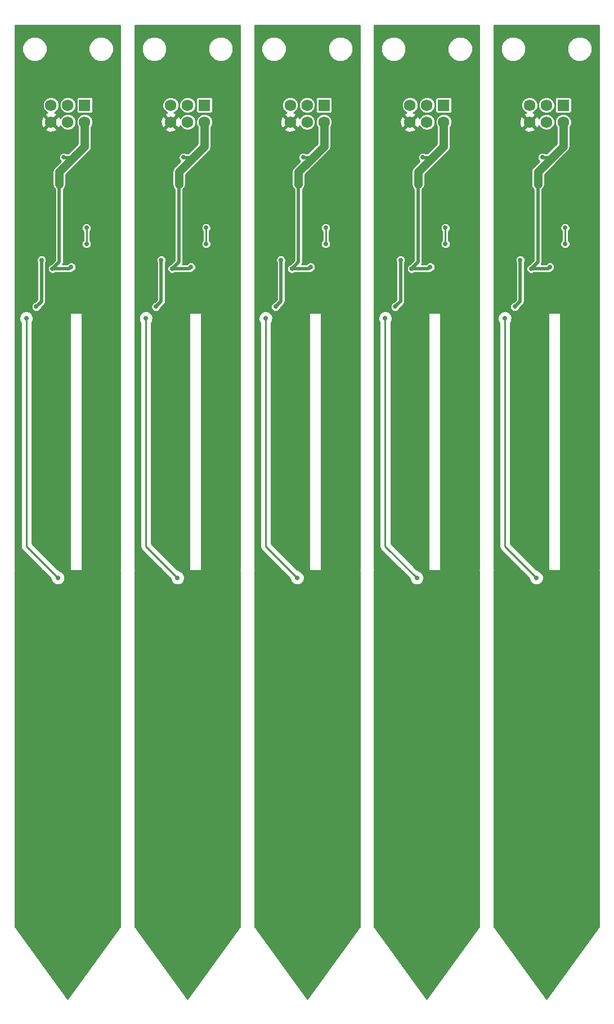
<source format=gbr>
G04 #@! TF.FileFunction,Copper,L2,Bot,Signal*
%FSLAX46Y46*%
G04 Gerber Fmt 4.6, Leading zero omitted, Abs format (unit mm)*
G04 Created by KiCad (PCBNEW 0.201510251816+6278~30~ubuntu14.04.1-product) date Mon 26 Oct 2015 05:58:35 PM EET*
%MOMM*%
G01*
G04 APERTURE LIST*
%ADD10C,0.100000*%
%ADD11R,1.727200X1.727200*%
%ADD12C,1.727200*%
%ADD13C,0.700000*%
%ADD14C,0.254000*%
%ADD15C,0.508000*%
%ADD16C,1.270000*%
G04 APERTURE END LIST*
D10*
D11*
X96540000Y-34460000D03*
D12*
X96540000Y-37000000D03*
X94000000Y-34460000D03*
X94000000Y-37000000D03*
X91460000Y-34460000D03*
X91460000Y-37000000D03*
D11*
X114540000Y-34460000D03*
D12*
X114540000Y-37000000D03*
X112000000Y-34460000D03*
X112000000Y-37000000D03*
X109460000Y-34460000D03*
X109460000Y-37000000D03*
D11*
X132540000Y-34460000D03*
D12*
X132540000Y-37000000D03*
X130000000Y-34460000D03*
X130000000Y-37000000D03*
X127460000Y-34460000D03*
X127460000Y-37000000D03*
D11*
X150540000Y-34460000D03*
D12*
X150540000Y-37000000D03*
X148000000Y-34460000D03*
X148000000Y-37000000D03*
X145460000Y-34460000D03*
X145460000Y-37000000D03*
D11*
X168540000Y-34460000D03*
D12*
X168540000Y-37000000D03*
X166000000Y-34460000D03*
X166000000Y-37000000D03*
X163460000Y-34460000D03*
X163460000Y-37000000D03*
D13*
X89024757Y-66754951D03*
X89000000Y-67750000D03*
X91345119Y-102595119D03*
X89758622Y-101008622D03*
X88702737Y-103702737D03*
X87228329Y-102228329D03*
X86500000Y-100250000D03*
X86500000Y-97750000D03*
X89000000Y-97750000D03*
X86500000Y-95250000D03*
X89000000Y-95249994D03*
X86500000Y-92750000D03*
X89000000Y-92750006D03*
X86500000Y-87750000D03*
X89000000Y-87749992D03*
X89000000Y-90250000D03*
X86500000Y-90250010D03*
X86500000Y-85250006D03*
X89000000Y-85250006D03*
X86500000Y-82750000D03*
X89000000Y-82750000D03*
X86500000Y-80250000D03*
X89000000Y-80250006D03*
X86500000Y-77750000D03*
X89000000Y-77750000D03*
X86500000Y-75250004D03*
X89000000Y-75250000D03*
X89000000Y-72750000D03*
X86500000Y-72750000D03*
X89000000Y-70257938D03*
X86500000Y-70273302D03*
X86500000Y-67753515D03*
X96500000Y-87750000D03*
X94000000Y-87750000D03*
X94000004Y-85250000D03*
X96499996Y-85250000D03*
X94000000Y-82750000D03*
X96500000Y-82749994D03*
X96500000Y-80250000D03*
X94000000Y-80250000D03*
X96500000Y-77750000D03*
X94000000Y-77750000D03*
X96500006Y-70250000D03*
X94000000Y-70250006D03*
X94000000Y-72750000D03*
X96500000Y-72750000D03*
X96500000Y-75250000D03*
X94000000Y-75250006D03*
X96500000Y-90250000D03*
X94000000Y-90250000D03*
X94000000Y-92749984D03*
X96500000Y-92750000D03*
X94000000Y-95248063D03*
X96500000Y-95248063D03*
X94000000Y-97746139D03*
X96500000Y-97763982D03*
X94000000Y-100246781D03*
X96500000Y-100262214D03*
X96500000Y-102746856D03*
X94000000Y-102505330D03*
X89500000Y-104500000D03*
X88000000Y-103000000D03*
X92250000Y-103500000D03*
X90500000Y-101750000D03*
X89000000Y-100250000D03*
X86500000Y-101500000D03*
X94000000Y-103549990D03*
X96500000Y-104000000D03*
X91000000Y-57000000D03*
X86449997Y-66500000D03*
X86500000Y-69000000D03*
X86500000Y-71500000D03*
X86500000Y-74000000D03*
X86500000Y-76500000D03*
X86500000Y-79000000D03*
X86500000Y-81500000D03*
X86500000Y-84000000D03*
X86500000Y-86500000D03*
X86500000Y-89000000D03*
X86500000Y-91500000D03*
X86500000Y-94000000D03*
X86500000Y-96500000D03*
X86500000Y-99000000D03*
X89000000Y-99000000D03*
X89000000Y-96500000D03*
X89000000Y-94000000D03*
X89000000Y-91500000D03*
X89000000Y-89000000D03*
X89000000Y-86500000D03*
X89000000Y-84000000D03*
X89000000Y-81500000D03*
X89000000Y-79000000D03*
X89000000Y-76500000D03*
X89000000Y-74000000D03*
X89000000Y-71500000D03*
X89000000Y-69000000D03*
X96500000Y-66500000D03*
X96500000Y-69000000D03*
X96500000Y-71500000D03*
X96500000Y-74000000D03*
X96500000Y-76500000D03*
X96500000Y-79000000D03*
X96500000Y-81500000D03*
X96500000Y-84000000D03*
X96500000Y-86500000D03*
X96500000Y-89000000D03*
X96500000Y-91500000D03*
X96500000Y-94000000D03*
X96500000Y-96500000D03*
X96500000Y-99000000D03*
X96500000Y-101500000D03*
X94000000Y-101500000D03*
X94000000Y-99000000D03*
X94000000Y-96500000D03*
X94000000Y-94000000D03*
X94000000Y-91500000D03*
X94000000Y-89000000D03*
X94000000Y-86500000D03*
X94000000Y-84000000D03*
X94000000Y-81500000D03*
X94000000Y-79000000D03*
X94000000Y-76500000D03*
X94000000Y-74000000D03*
X94000000Y-71500000D03*
X94000000Y-69000000D03*
X89053888Y-63623844D03*
X98500000Y-43000000D03*
X97600000Y-57800000D03*
X95243021Y-55843021D03*
X94800000Y-52800000D03*
X91700000Y-53500000D03*
X90900000Y-54300000D03*
X90100000Y-55100000D03*
X91000000Y-63200000D03*
X94300000Y-48000000D03*
X94200000Y-46400000D03*
X99800000Y-49200000D03*
X99500000Y-48300000D03*
X98500000Y-48200000D03*
X89150000Y-62350000D03*
X96300000Y-64150000D03*
X88950000Y-42300000D03*
X89150000Y-61400000D03*
X96282000Y-62340000D03*
X93400000Y-42300000D03*
X91710000Y-59038000D03*
X94504000Y-58784000D03*
X92700000Y-46300000D03*
X92500000Y-105500000D03*
X87750000Y-66500000D03*
X89250000Y-64749996D03*
X90050000Y-57750002D03*
X96800000Y-52900000D03*
X96800000Y-55300000D03*
X107024757Y-66754951D03*
X107000000Y-67750000D03*
X109345119Y-102595119D03*
X107758622Y-101008622D03*
X106702737Y-103702737D03*
X105228329Y-102228329D03*
X104500000Y-100250000D03*
X104500000Y-97750000D03*
X107000000Y-97750000D03*
X104500000Y-95250000D03*
X107000000Y-95249994D03*
X104500000Y-92750000D03*
X107000000Y-92750006D03*
X104500000Y-87750000D03*
X107000000Y-87749992D03*
X107000000Y-90250000D03*
X104500000Y-90250010D03*
X104500000Y-85250006D03*
X107000000Y-85250006D03*
X104500000Y-82750000D03*
X107000000Y-82750000D03*
X104500000Y-80250000D03*
X107000000Y-80250006D03*
X104500000Y-77750000D03*
X107000000Y-77750000D03*
X104500000Y-75250004D03*
X107000000Y-75250000D03*
X107000000Y-72750000D03*
X104500000Y-72750000D03*
X107000000Y-70257938D03*
X104500000Y-70273302D03*
X104500000Y-67753515D03*
X114500000Y-87750000D03*
X112000000Y-87750000D03*
X112000004Y-85250000D03*
X114499996Y-85250000D03*
X112000000Y-82750000D03*
X114500000Y-82749994D03*
X114500000Y-80250000D03*
X112000000Y-80250000D03*
X114500000Y-77750000D03*
X112000000Y-77750000D03*
X114500006Y-70250000D03*
X112000000Y-70250006D03*
X112000000Y-72750000D03*
X114500000Y-72750000D03*
X114500000Y-75250000D03*
X112000000Y-75250006D03*
X114500000Y-90250000D03*
X112000000Y-90250000D03*
X112000000Y-92749984D03*
X114500000Y-92750000D03*
X112000000Y-95248063D03*
X114500000Y-95248063D03*
X112000000Y-97746139D03*
X114500000Y-97763982D03*
X112000000Y-100246781D03*
X114500000Y-100262214D03*
X114500000Y-102746856D03*
X112000000Y-102505330D03*
X107500000Y-104500000D03*
X106000000Y-103000000D03*
X110250000Y-103500000D03*
X108500000Y-101750000D03*
X107000000Y-100250000D03*
X104500000Y-101500000D03*
X112000000Y-103549990D03*
X114500000Y-104000000D03*
X109000000Y-57000000D03*
X104449997Y-66500000D03*
X104500000Y-69000000D03*
X104500000Y-71500000D03*
X104500000Y-74000000D03*
X104500000Y-76500000D03*
X104500000Y-79000000D03*
X104500000Y-81500000D03*
X104500000Y-84000000D03*
X104500000Y-86500000D03*
X104500000Y-89000000D03*
X104500000Y-91500000D03*
X104500000Y-94000000D03*
X104500000Y-96500000D03*
X104500000Y-99000000D03*
X107000000Y-99000000D03*
X107000000Y-96500000D03*
X107000000Y-94000000D03*
X107000000Y-91500000D03*
X107000000Y-89000000D03*
X107000000Y-86500000D03*
X107000000Y-84000000D03*
X107000000Y-81500000D03*
X107000000Y-79000000D03*
X107000000Y-76500000D03*
X107000000Y-74000000D03*
X107000000Y-71500000D03*
X107000000Y-69000000D03*
X114500000Y-66500000D03*
X114500000Y-69000000D03*
X114500000Y-71500000D03*
X114500000Y-74000000D03*
X114500000Y-76500000D03*
X114500000Y-79000000D03*
X114500000Y-81500000D03*
X114500000Y-84000000D03*
X114500000Y-86500000D03*
X114500000Y-89000000D03*
X114500000Y-91500000D03*
X114500000Y-94000000D03*
X114500000Y-96500000D03*
X114500000Y-99000000D03*
X114500000Y-101500000D03*
X112000000Y-101500000D03*
X112000000Y-99000000D03*
X112000000Y-96500000D03*
X112000000Y-94000000D03*
X112000000Y-91500000D03*
X112000000Y-89000000D03*
X112000000Y-86500000D03*
X112000000Y-84000000D03*
X112000000Y-81500000D03*
X112000000Y-79000000D03*
X112000000Y-76500000D03*
X112000000Y-74000000D03*
X112000000Y-71500000D03*
X112000000Y-69000000D03*
X107053888Y-63623844D03*
X116500000Y-43000000D03*
X115600000Y-57800000D03*
X113243021Y-55843021D03*
X112800000Y-52800000D03*
X109700000Y-53500000D03*
X108900000Y-54300000D03*
X108100000Y-55100000D03*
X109000000Y-63200000D03*
X112300000Y-48000000D03*
X112200000Y-46400000D03*
X117800000Y-49200000D03*
X117500000Y-48300000D03*
X116500000Y-48200000D03*
X107150000Y-62350000D03*
X114300000Y-64150000D03*
X106950000Y-42300000D03*
X107150000Y-61400000D03*
X114282000Y-62340000D03*
X111400000Y-42300000D03*
X109710000Y-59038000D03*
X112504000Y-58784000D03*
X110700000Y-46300000D03*
X110500000Y-105500000D03*
X105750000Y-66500000D03*
X107250000Y-64749996D03*
X108050000Y-57750002D03*
X114800000Y-52900000D03*
X114800000Y-55300000D03*
X125024757Y-66754951D03*
X125000000Y-67750000D03*
X127345119Y-102595119D03*
X125758622Y-101008622D03*
X124702737Y-103702737D03*
X123228329Y-102228329D03*
X122500000Y-100250000D03*
X122500000Y-97750000D03*
X125000000Y-97750000D03*
X122500000Y-95250000D03*
X125000000Y-95249994D03*
X122500000Y-92750000D03*
X125000000Y-92750006D03*
X122500000Y-87750000D03*
X125000000Y-87749992D03*
X125000000Y-90250000D03*
X122500000Y-90250010D03*
X122500000Y-85250006D03*
X125000000Y-85250006D03*
X122500000Y-82750000D03*
X125000000Y-82750000D03*
X122500000Y-80250000D03*
X125000000Y-80250006D03*
X122500000Y-77750000D03*
X125000000Y-77750000D03*
X122500000Y-75250004D03*
X125000000Y-75250000D03*
X125000000Y-72750000D03*
X122500000Y-72750000D03*
X125000000Y-70257938D03*
X122500000Y-70273302D03*
X122500000Y-67753515D03*
X132500000Y-87750000D03*
X130000000Y-87750000D03*
X130000004Y-85250000D03*
X132499996Y-85250000D03*
X130000000Y-82750000D03*
X132500000Y-82749994D03*
X132500000Y-80250000D03*
X130000000Y-80250000D03*
X132500000Y-77750000D03*
X130000000Y-77750000D03*
X132500006Y-70250000D03*
X130000000Y-70250006D03*
X130000000Y-72750000D03*
X132500000Y-72750000D03*
X132500000Y-75250000D03*
X130000000Y-75250006D03*
X132500000Y-90250000D03*
X130000000Y-90250000D03*
X130000000Y-92749984D03*
X132500000Y-92750000D03*
X130000000Y-95248063D03*
X132500000Y-95248063D03*
X130000000Y-97746139D03*
X132500000Y-97763982D03*
X130000000Y-100246781D03*
X132500000Y-100262214D03*
X132500000Y-102746856D03*
X130000000Y-102505330D03*
X125500000Y-104500000D03*
X124000000Y-103000000D03*
X128250000Y-103500000D03*
X126500000Y-101750000D03*
X125000000Y-100250000D03*
X122500000Y-101500000D03*
X130000000Y-103549990D03*
X132500000Y-104000000D03*
X127000000Y-57000000D03*
X122449997Y-66500000D03*
X122500000Y-69000000D03*
X122500000Y-71500000D03*
X122500000Y-74000000D03*
X122500000Y-76500000D03*
X122500000Y-79000000D03*
X122500000Y-81500000D03*
X122500000Y-84000000D03*
X122500000Y-86500000D03*
X122500000Y-89000000D03*
X122500000Y-91500000D03*
X122500000Y-94000000D03*
X122500000Y-96500000D03*
X122500000Y-99000000D03*
X125000000Y-99000000D03*
X125000000Y-96500000D03*
X125000000Y-94000000D03*
X125000000Y-91500000D03*
X125000000Y-89000000D03*
X125000000Y-86500000D03*
X125000000Y-84000000D03*
X125000000Y-81500000D03*
X125000000Y-79000000D03*
X125000000Y-76500000D03*
X125000000Y-74000000D03*
X125000000Y-71500000D03*
X125000000Y-69000000D03*
X132500000Y-66500000D03*
X132500000Y-69000000D03*
X132500000Y-71500000D03*
X132500000Y-74000000D03*
X132500000Y-76500000D03*
X132500000Y-79000000D03*
X132500000Y-81500000D03*
X132500000Y-84000000D03*
X132500000Y-86500000D03*
X132500000Y-89000000D03*
X132500000Y-91500000D03*
X132500000Y-94000000D03*
X132500000Y-96500000D03*
X132500000Y-99000000D03*
X132500000Y-101500000D03*
X130000000Y-101500000D03*
X130000000Y-99000000D03*
X130000000Y-96500000D03*
X130000000Y-94000000D03*
X130000000Y-91500000D03*
X130000000Y-89000000D03*
X130000000Y-86500000D03*
X130000000Y-84000000D03*
X130000000Y-81500000D03*
X130000000Y-79000000D03*
X130000000Y-76500000D03*
X130000000Y-74000000D03*
X130000000Y-71500000D03*
X130000000Y-69000000D03*
X125053888Y-63623844D03*
X134500000Y-43000000D03*
X133600000Y-57800000D03*
X131243021Y-55843021D03*
X130800000Y-52800000D03*
X127700000Y-53500000D03*
X126900000Y-54300000D03*
X126100000Y-55100000D03*
X127000000Y-63200000D03*
X130300000Y-48000000D03*
X130200000Y-46400000D03*
X135800000Y-49200000D03*
X135500000Y-48300000D03*
X134500000Y-48200000D03*
X125150000Y-62350000D03*
X132300000Y-64150000D03*
X124950000Y-42300000D03*
X125150000Y-61400000D03*
X132282000Y-62340000D03*
X129400000Y-42300000D03*
X127710000Y-59038000D03*
X130504000Y-58784000D03*
X128700000Y-46300000D03*
X128500000Y-105500000D03*
X123750000Y-66500000D03*
X125250000Y-64749996D03*
X126050000Y-57750002D03*
X132800000Y-52900000D03*
X132800000Y-55300000D03*
X143024757Y-66754951D03*
X143000000Y-67750000D03*
X145345119Y-102595119D03*
X143758622Y-101008622D03*
X142702737Y-103702737D03*
X141228329Y-102228329D03*
X140500000Y-100250000D03*
X140500000Y-97750000D03*
X143000000Y-97750000D03*
X140500000Y-95250000D03*
X143000000Y-95249994D03*
X140500000Y-92750000D03*
X143000000Y-92750006D03*
X140500000Y-87750000D03*
X143000000Y-87749992D03*
X143000000Y-90250000D03*
X140500000Y-90250010D03*
X140500000Y-85250006D03*
X143000000Y-85250006D03*
X140500000Y-82750000D03*
X143000000Y-82750000D03*
X140500000Y-80250000D03*
X143000000Y-80250006D03*
X140500000Y-77750000D03*
X143000000Y-77750000D03*
X140500000Y-75250004D03*
X143000000Y-75250000D03*
X143000000Y-72750000D03*
X140500000Y-72750000D03*
X143000000Y-70257938D03*
X140500000Y-70273302D03*
X140500000Y-67753515D03*
X150500000Y-87750000D03*
X148000000Y-87750000D03*
X148000004Y-85250000D03*
X150499996Y-85250000D03*
X148000000Y-82750000D03*
X150500000Y-82749994D03*
X150500000Y-80250000D03*
X148000000Y-80250000D03*
X150500000Y-77750000D03*
X148000000Y-77750000D03*
X150500006Y-70250000D03*
X148000000Y-70250006D03*
X148000000Y-72750000D03*
X150500000Y-72750000D03*
X150500000Y-75250000D03*
X148000000Y-75250006D03*
X150500000Y-90250000D03*
X148000000Y-90250000D03*
X148000000Y-92749984D03*
X150500000Y-92750000D03*
X148000000Y-95248063D03*
X150500000Y-95248063D03*
X148000000Y-97746139D03*
X150500000Y-97763982D03*
X148000000Y-100246781D03*
X150500000Y-100262214D03*
X150500000Y-102746856D03*
X148000000Y-102505330D03*
X143500000Y-104500000D03*
X142000000Y-103000000D03*
X146250000Y-103500000D03*
X144500000Y-101750000D03*
X143000000Y-100250000D03*
X140500000Y-101500000D03*
X148000000Y-103549990D03*
X150500000Y-104000000D03*
X145000000Y-57000000D03*
X140449997Y-66500000D03*
X140500000Y-69000000D03*
X140500000Y-71500000D03*
X140500000Y-74000000D03*
X140500000Y-76500000D03*
X140500000Y-79000000D03*
X140500000Y-81500000D03*
X140500000Y-84000000D03*
X140500000Y-86500000D03*
X140500000Y-89000000D03*
X140500000Y-91500000D03*
X140500000Y-94000000D03*
X140500000Y-96500000D03*
X140500000Y-99000000D03*
X143000000Y-99000000D03*
X143000000Y-96500000D03*
X143000000Y-94000000D03*
X143000000Y-91500000D03*
X143000000Y-89000000D03*
X143000000Y-86500000D03*
X143000000Y-84000000D03*
X143000000Y-81500000D03*
X143000000Y-79000000D03*
X143000000Y-76500000D03*
X143000000Y-74000000D03*
X143000000Y-71500000D03*
X143000000Y-69000000D03*
X150500000Y-66500000D03*
X150500000Y-69000000D03*
X150500000Y-71500000D03*
X150500000Y-74000000D03*
X150500000Y-76500000D03*
X150500000Y-79000000D03*
X150500000Y-81500000D03*
X150500000Y-84000000D03*
X150500000Y-86500000D03*
X150500000Y-89000000D03*
X150500000Y-91500000D03*
X150500000Y-94000000D03*
X150500000Y-96500000D03*
X150500000Y-99000000D03*
X150500000Y-101500000D03*
X148000000Y-101500000D03*
X148000000Y-99000000D03*
X148000000Y-96500000D03*
X148000000Y-94000000D03*
X148000000Y-91500000D03*
X148000000Y-89000000D03*
X148000000Y-86500000D03*
X148000000Y-84000000D03*
X148000000Y-81500000D03*
X148000000Y-79000000D03*
X148000000Y-76500000D03*
X148000000Y-74000000D03*
X148000000Y-71500000D03*
X148000000Y-69000000D03*
X143053888Y-63623844D03*
X152500000Y-43000000D03*
X151600000Y-57800000D03*
X149243021Y-55843021D03*
X148800000Y-52800000D03*
X145700000Y-53500000D03*
X144900000Y-54300000D03*
X144100000Y-55100000D03*
X145000000Y-63200000D03*
X148300000Y-48000000D03*
X148200000Y-46400000D03*
X153800000Y-49200000D03*
X153500000Y-48300000D03*
X152500000Y-48200000D03*
X143150000Y-62350000D03*
X150300000Y-64150000D03*
X142950000Y-42300000D03*
X143150000Y-61400000D03*
X150282000Y-62340000D03*
X147400000Y-42300000D03*
X145710000Y-59038000D03*
X148504000Y-58784000D03*
X146700000Y-46300000D03*
X146500000Y-105500000D03*
X141750000Y-66500000D03*
X143250000Y-64749996D03*
X144050000Y-57750002D03*
X150800000Y-52900000D03*
X150800000Y-55300000D03*
X161024757Y-66754951D03*
X161000000Y-67750000D03*
X163345119Y-102595119D03*
X161758622Y-101008622D03*
X160702737Y-103702737D03*
X159228329Y-102228329D03*
X158500000Y-100250000D03*
X158500000Y-97750000D03*
X161000000Y-97750000D03*
X158500000Y-95250000D03*
X161000000Y-95249994D03*
X158500000Y-92750000D03*
X161000000Y-92750006D03*
X158500000Y-87750000D03*
X161000000Y-87749992D03*
X161000000Y-90250000D03*
X158500000Y-90250010D03*
X158500000Y-85250006D03*
X161000000Y-85250006D03*
X158500000Y-82750000D03*
X161000000Y-82750000D03*
X158500000Y-80250000D03*
X161000000Y-80250006D03*
X158500000Y-77750000D03*
X161000000Y-77750000D03*
X158500000Y-75250004D03*
X161000000Y-75250000D03*
X161000000Y-72750000D03*
X158500000Y-72750000D03*
X161000000Y-70257938D03*
X158500000Y-70273302D03*
X158500000Y-67753515D03*
X168500000Y-87750000D03*
X166000000Y-87750000D03*
X166000004Y-85250000D03*
X168499996Y-85250000D03*
X166000000Y-82750000D03*
X168500000Y-82749994D03*
X168500000Y-80250000D03*
X166000000Y-80250000D03*
X168500000Y-77750000D03*
X166000000Y-77750000D03*
X168500006Y-70250000D03*
X166000000Y-70250006D03*
X166000000Y-72750000D03*
X168500000Y-72750000D03*
X168500000Y-75250000D03*
X166000000Y-75250006D03*
X168500000Y-90250000D03*
X166000000Y-90250000D03*
X166000000Y-92749984D03*
X168500000Y-92750000D03*
X166000000Y-95248063D03*
X168500000Y-95248063D03*
X166000000Y-97746139D03*
X168500000Y-97763982D03*
X166000000Y-100246781D03*
X168500000Y-100262214D03*
X168500000Y-102746856D03*
X166000000Y-102505330D03*
X161500000Y-104500000D03*
X160000000Y-103000000D03*
X164250000Y-103500000D03*
X162500000Y-101750000D03*
X161000000Y-100250000D03*
X158500000Y-101500000D03*
X166000000Y-103549990D03*
X168500000Y-104000000D03*
X163000000Y-57000000D03*
X158449997Y-66500000D03*
X158500000Y-69000000D03*
X158500000Y-71500000D03*
X158500000Y-74000000D03*
X158500000Y-76500000D03*
X158500000Y-79000000D03*
X158500000Y-81500000D03*
X158500000Y-84000000D03*
X158500000Y-86500000D03*
X158500000Y-89000000D03*
X158500000Y-91500000D03*
X158500000Y-94000000D03*
X158500000Y-96500000D03*
X158500000Y-99000000D03*
X161000000Y-99000000D03*
X161000000Y-96500000D03*
X161000000Y-94000000D03*
X161000000Y-91500000D03*
X161000000Y-89000000D03*
X161000000Y-86500000D03*
X161000000Y-84000000D03*
X161000000Y-81500000D03*
X161000000Y-79000000D03*
X161000000Y-76500000D03*
X161000000Y-74000000D03*
X161000000Y-71500000D03*
X161000000Y-69000000D03*
X168500000Y-66500000D03*
X168500000Y-69000000D03*
X168500000Y-71500000D03*
X168500000Y-74000000D03*
X168500000Y-76500000D03*
X168500000Y-79000000D03*
X168500000Y-81500000D03*
X168500000Y-84000000D03*
X168500000Y-86500000D03*
X168500000Y-89000000D03*
X168500000Y-91500000D03*
X168500000Y-94000000D03*
X168500000Y-96500000D03*
X168500000Y-99000000D03*
X168500000Y-101500000D03*
X166000000Y-101500000D03*
X166000000Y-99000000D03*
X166000000Y-96500000D03*
X166000000Y-94000000D03*
X166000000Y-91500000D03*
X166000000Y-89000000D03*
X166000000Y-86500000D03*
X166000000Y-84000000D03*
X166000000Y-81500000D03*
X166000000Y-79000000D03*
X166000000Y-76500000D03*
X166000000Y-74000000D03*
X166000000Y-71500000D03*
X166000000Y-69000000D03*
X161053888Y-63623844D03*
X170500000Y-43000000D03*
X169600000Y-57800000D03*
X167243021Y-55843021D03*
X166800000Y-52800000D03*
X163700000Y-53500000D03*
X162900000Y-54300000D03*
X162100000Y-55100000D03*
X163000000Y-63200000D03*
X166300000Y-48000000D03*
X166200000Y-46400000D03*
X171800000Y-49200000D03*
X171500000Y-48300000D03*
X170500000Y-48200000D03*
X161150000Y-62350000D03*
X168300000Y-64150000D03*
X160950000Y-42300000D03*
X161150000Y-61400000D03*
X168282000Y-62340000D03*
X165400000Y-42300000D03*
X163710000Y-59038000D03*
X166504000Y-58784000D03*
X164700000Y-46300000D03*
X164500000Y-105500000D03*
X159750000Y-66500000D03*
X161250000Y-64749996D03*
X162050000Y-57750002D03*
X168800000Y-52900000D03*
X168800000Y-55300000D03*
D14*
X89000000Y-69000000D02*
X89000000Y-67750000D01*
X90500000Y-101750000D02*
X91345119Y-102595119D01*
X89758622Y-101008622D02*
X90500000Y-101750000D01*
X87228329Y-102228329D02*
X88000000Y-103000000D01*
X86500000Y-99000000D02*
X86500000Y-97750000D01*
X86500000Y-94000000D02*
X86500000Y-95250000D01*
X89000000Y-94000000D02*
X89000000Y-95249994D01*
X86500000Y-94000000D02*
X86500000Y-92750000D01*
X89000000Y-94000000D02*
X89000000Y-92750006D01*
X86500000Y-89000000D02*
X86500000Y-87750000D01*
X86500000Y-86500000D02*
X86500000Y-87750000D01*
X86500000Y-84000000D02*
X86500000Y-85250006D01*
X89000000Y-84000000D02*
X89000000Y-85250006D01*
X86500000Y-84000000D02*
X86500000Y-82750000D01*
X86500000Y-81500000D02*
X86500000Y-82750000D01*
X89000000Y-84000000D02*
X89000000Y-82750000D01*
X89000000Y-81500000D02*
X89000000Y-82750000D01*
X89000000Y-79000000D02*
X89000000Y-80250006D01*
X89000000Y-79000000D02*
X89000000Y-77750000D01*
X89000000Y-74000000D02*
X89000000Y-72750000D01*
X86500000Y-67753515D02*
X86500000Y-66550003D01*
X94000000Y-89000000D02*
X94000000Y-87750000D01*
X94000000Y-85249996D02*
X94000004Y-85250000D01*
X94000000Y-84000000D02*
X94000000Y-85249996D01*
X94000000Y-84000000D02*
X94000000Y-82750000D01*
X94000000Y-81500000D02*
X94000000Y-82750000D01*
X96500000Y-84000000D02*
X96500000Y-82749994D01*
X96500000Y-81500000D02*
X96500000Y-82749994D01*
X96500000Y-79000000D02*
X96500000Y-80250000D01*
X94000000Y-79000000D02*
X94000000Y-80250000D01*
X96500000Y-76500000D02*
X96500000Y-77750000D01*
X96500000Y-79000000D02*
X96500000Y-77750000D01*
X94000000Y-79000000D02*
X94000000Y-77750000D01*
X94000000Y-76500000D02*
X94000000Y-77750000D01*
X94000000Y-74000000D02*
X94000000Y-72750000D01*
X96500000Y-74000000D02*
X96500000Y-72750000D01*
X96500000Y-71500000D02*
X96500000Y-72750000D01*
X96500000Y-74000000D02*
X96500000Y-75250000D01*
X94000000Y-74000000D02*
X94000000Y-75250006D01*
X94000000Y-91500000D02*
X94000000Y-92749984D01*
X96500000Y-91500000D02*
X96500000Y-92750000D01*
X94000000Y-96500000D02*
X94000000Y-97746139D01*
X96500000Y-97763982D02*
X96500000Y-96500000D01*
X94000000Y-101500000D02*
X94000000Y-100246781D01*
X96500000Y-101500000D02*
X96500000Y-102746856D01*
X86500000Y-99000000D02*
X86500000Y-101500000D01*
X96500000Y-66500000D02*
X96500000Y-64350000D01*
X96500000Y-64350000D02*
X96300000Y-64150000D01*
X90100000Y-55100000D02*
X90100000Y-56100000D01*
X90100000Y-56100000D02*
X91000000Y-57000000D01*
X86500000Y-66550003D02*
X86449997Y-66500000D01*
X86500000Y-74000000D02*
X86500000Y-71500000D01*
X86500000Y-79000000D02*
X86500000Y-76500000D01*
X89000000Y-96500000D02*
X89000000Y-99000000D01*
X89000000Y-86500000D02*
X89000000Y-89000000D01*
X91000000Y-63200000D02*
X91000000Y-67000000D01*
X91000000Y-67000000D02*
X89000000Y-69000000D01*
X96500000Y-69000000D02*
X96500000Y-66500000D01*
X96500000Y-89000000D02*
X96500000Y-86500000D01*
X91000000Y-63200000D02*
X91000000Y-66000000D01*
X91000000Y-66000000D02*
X94000000Y-69000000D01*
X91000000Y-63200000D02*
X91000000Y-65000000D01*
D15*
X98500000Y-48200000D02*
X98500000Y-43000000D01*
D14*
X95243021Y-55843021D02*
X97200000Y-57800000D01*
X97200000Y-57800000D02*
X97600000Y-57800000D01*
X94800000Y-52800000D02*
X94800000Y-55400000D01*
X94800000Y-55400000D02*
X95243021Y-55843021D01*
X94300000Y-48000000D02*
X94300000Y-52300000D01*
X94300000Y-52300000D02*
X94800000Y-52800000D01*
X90900000Y-54300000D02*
X91700000Y-53500000D01*
X89150000Y-61400000D02*
X89150000Y-56050000D01*
X89150000Y-56050000D02*
X90100000Y-55100000D01*
D15*
X89150000Y-61400000D02*
X89150000Y-62350000D01*
X92700000Y-46300000D02*
X92700000Y-58048000D01*
X92700000Y-58048000D02*
X91710000Y-59038000D01*
D16*
X94846688Y-42353312D02*
X92700000Y-44500000D01*
X96540000Y-40660000D02*
X94846688Y-42353312D01*
D15*
X94846688Y-42353312D02*
X93453312Y-42353312D01*
X93453312Y-42353312D02*
X93400000Y-42300000D01*
D16*
X96540000Y-37000000D02*
X96540000Y-40660000D01*
X92700000Y-44500000D02*
X92700000Y-46300000D01*
D15*
X94250000Y-59038000D02*
X94504000Y-58784000D01*
X91710000Y-59038000D02*
X94250000Y-59038000D01*
D14*
X87750000Y-100750000D02*
X88000000Y-101000000D01*
X88000000Y-101000000D02*
X92500000Y-105500000D01*
X87750000Y-66500000D02*
X87750000Y-100750000D01*
D15*
X89599999Y-64399997D02*
X89250000Y-64749996D01*
X90050000Y-57750002D02*
X90050000Y-63949996D01*
X90050000Y-63949996D02*
X89599999Y-64399997D01*
D14*
X96800000Y-52900000D02*
X96800000Y-55300000D01*
X107000000Y-69000000D02*
X107000000Y-67750000D01*
X108500000Y-101750000D02*
X109345119Y-102595119D01*
X107758622Y-101008622D02*
X108500000Y-101750000D01*
X105228329Y-102228329D02*
X106000000Y-103000000D01*
X104500000Y-99000000D02*
X104500000Y-97750000D01*
X104500000Y-94000000D02*
X104500000Y-95250000D01*
X107000000Y-94000000D02*
X107000000Y-95249994D01*
X104500000Y-94000000D02*
X104500000Y-92750000D01*
X107000000Y-94000000D02*
X107000000Y-92750006D01*
X104500000Y-89000000D02*
X104500000Y-87750000D01*
X104500000Y-86500000D02*
X104500000Y-87750000D01*
X104500000Y-84000000D02*
X104500000Y-85250006D01*
X107000000Y-84000000D02*
X107000000Y-85250006D01*
X104500000Y-84000000D02*
X104500000Y-82750000D01*
X104500000Y-81500000D02*
X104500000Y-82750000D01*
X107000000Y-84000000D02*
X107000000Y-82750000D01*
X107000000Y-81500000D02*
X107000000Y-82750000D01*
X107000000Y-79000000D02*
X107000000Y-80250006D01*
X107000000Y-79000000D02*
X107000000Y-77750000D01*
X107000000Y-74000000D02*
X107000000Y-72750000D01*
X104500000Y-67753515D02*
X104500000Y-66550003D01*
X112000000Y-89000000D02*
X112000000Y-87750000D01*
X112000000Y-85249996D02*
X112000004Y-85250000D01*
X112000000Y-84000000D02*
X112000000Y-85249996D01*
X112000000Y-84000000D02*
X112000000Y-82750000D01*
X112000000Y-81500000D02*
X112000000Y-82750000D01*
X114500000Y-84000000D02*
X114500000Y-82749994D01*
X114500000Y-81500000D02*
X114500000Y-82749994D01*
X114500000Y-79000000D02*
X114500000Y-80250000D01*
X112000000Y-79000000D02*
X112000000Y-80250000D01*
X114500000Y-76500000D02*
X114500000Y-77750000D01*
X114500000Y-79000000D02*
X114500000Y-77750000D01*
X112000000Y-79000000D02*
X112000000Y-77750000D01*
X112000000Y-76500000D02*
X112000000Y-77750000D01*
X112000000Y-74000000D02*
X112000000Y-72750000D01*
X114500000Y-74000000D02*
X114500000Y-72750000D01*
X114500000Y-71500000D02*
X114500000Y-72750000D01*
X114500000Y-74000000D02*
X114500000Y-75250000D01*
X112000000Y-74000000D02*
X112000000Y-75250006D01*
X112000000Y-91500000D02*
X112000000Y-92749984D01*
X114500000Y-91500000D02*
X114500000Y-92750000D01*
X112000000Y-96500000D02*
X112000000Y-97746139D01*
X114500000Y-97763982D02*
X114500000Y-96500000D01*
X112000000Y-101500000D02*
X112000000Y-100246781D01*
X114500000Y-101500000D02*
X114500000Y-102746856D01*
X104500000Y-99000000D02*
X104500000Y-101500000D01*
X114500000Y-66500000D02*
X114500000Y-64350000D01*
X114500000Y-64350000D02*
X114300000Y-64150000D01*
X108100000Y-55100000D02*
X108100000Y-56100000D01*
X108100000Y-56100000D02*
X109000000Y-57000000D01*
X104500000Y-66550003D02*
X104449997Y-66500000D01*
X104500000Y-74000000D02*
X104500000Y-71500000D01*
X104500000Y-79000000D02*
X104500000Y-76500000D01*
X107000000Y-96500000D02*
X107000000Y-99000000D01*
X107000000Y-86500000D02*
X107000000Y-89000000D01*
X109000000Y-63200000D02*
X109000000Y-67000000D01*
X109000000Y-67000000D02*
X107000000Y-69000000D01*
X114500000Y-69000000D02*
X114500000Y-66500000D01*
X114500000Y-89000000D02*
X114500000Y-86500000D01*
X109000000Y-63200000D02*
X109000000Y-66000000D01*
X109000000Y-66000000D02*
X112000000Y-69000000D01*
X109000000Y-63200000D02*
X109000000Y-65000000D01*
D15*
X116500000Y-48200000D02*
X116500000Y-43000000D01*
D14*
X113243021Y-55843021D02*
X115200000Y-57800000D01*
X115200000Y-57800000D02*
X115600000Y-57800000D01*
X112800000Y-52800000D02*
X112800000Y-55400000D01*
X112800000Y-55400000D02*
X113243021Y-55843021D01*
X112300000Y-48000000D02*
X112300000Y-52300000D01*
X112300000Y-52300000D02*
X112800000Y-52800000D01*
X108900000Y-54300000D02*
X109700000Y-53500000D01*
X107150000Y-61400000D02*
X107150000Y-56050000D01*
X107150000Y-56050000D02*
X108100000Y-55100000D01*
D15*
X107150000Y-61400000D02*
X107150000Y-62350000D01*
X110700000Y-46300000D02*
X110700000Y-58048000D01*
X110700000Y-58048000D02*
X109710000Y-59038000D01*
D16*
X112846688Y-42353312D02*
X110700000Y-44500000D01*
X114540000Y-40660000D02*
X112846688Y-42353312D01*
D15*
X112846688Y-42353312D02*
X111453312Y-42353312D01*
X111453312Y-42353312D02*
X111400000Y-42300000D01*
D16*
X114540000Y-37000000D02*
X114540000Y-40660000D01*
X110700000Y-44500000D02*
X110700000Y-46300000D01*
D15*
X112250000Y-59038000D02*
X112504000Y-58784000D01*
X109710000Y-59038000D02*
X112250000Y-59038000D01*
D14*
X105750000Y-100750000D02*
X106000000Y-101000000D01*
X106000000Y-101000000D02*
X110500000Y-105500000D01*
X105750000Y-66500000D02*
X105750000Y-100750000D01*
D15*
X107599999Y-64399997D02*
X107250000Y-64749996D01*
X108050000Y-57750002D02*
X108050000Y-63949996D01*
X108050000Y-63949996D02*
X107599999Y-64399997D01*
D14*
X114800000Y-52900000D02*
X114800000Y-55300000D01*
X125000000Y-69000000D02*
X125000000Y-67750000D01*
X126500000Y-101750000D02*
X127345119Y-102595119D01*
X125758622Y-101008622D02*
X126500000Y-101750000D01*
X123228329Y-102228329D02*
X124000000Y-103000000D01*
X122500000Y-99000000D02*
X122500000Y-97750000D01*
X122500000Y-94000000D02*
X122500000Y-95250000D01*
X125000000Y-94000000D02*
X125000000Y-95249994D01*
X122500000Y-94000000D02*
X122500000Y-92750000D01*
X125000000Y-94000000D02*
X125000000Y-92750006D01*
X122500000Y-89000000D02*
X122500000Y-87750000D01*
X122500000Y-86500000D02*
X122500000Y-87750000D01*
X122500000Y-84000000D02*
X122500000Y-85250006D01*
X125000000Y-84000000D02*
X125000000Y-85250006D01*
X122500000Y-84000000D02*
X122500000Y-82750000D01*
X122500000Y-81500000D02*
X122500000Y-82750000D01*
X125000000Y-84000000D02*
X125000000Y-82750000D01*
X125000000Y-81500000D02*
X125000000Y-82750000D01*
X125000000Y-79000000D02*
X125000000Y-80250006D01*
X125000000Y-79000000D02*
X125000000Y-77750000D01*
X125000000Y-74000000D02*
X125000000Y-72750000D01*
X122500000Y-67753515D02*
X122500000Y-66550003D01*
X130000000Y-89000000D02*
X130000000Y-87750000D01*
X130000000Y-85249996D02*
X130000004Y-85250000D01*
X130000000Y-84000000D02*
X130000000Y-85249996D01*
X130000000Y-84000000D02*
X130000000Y-82750000D01*
X130000000Y-81500000D02*
X130000000Y-82750000D01*
X132500000Y-84000000D02*
X132500000Y-82749994D01*
X132500000Y-81500000D02*
X132500000Y-82749994D01*
X132500000Y-79000000D02*
X132500000Y-80250000D01*
X130000000Y-79000000D02*
X130000000Y-80250000D01*
X132500000Y-76500000D02*
X132500000Y-77750000D01*
X132500000Y-79000000D02*
X132500000Y-77750000D01*
X130000000Y-79000000D02*
X130000000Y-77750000D01*
X130000000Y-76500000D02*
X130000000Y-77750000D01*
X130000000Y-74000000D02*
X130000000Y-72750000D01*
X132500000Y-74000000D02*
X132500000Y-72750000D01*
X132500000Y-71500000D02*
X132500000Y-72750000D01*
X132500000Y-74000000D02*
X132500000Y-75250000D01*
X130000000Y-74000000D02*
X130000000Y-75250006D01*
X130000000Y-91500000D02*
X130000000Y-92749984D01*
X132500000Y-91500000D02*
X132500000Y-92750000D01*
X130000000Y-96500000D02*
X130000000Y-97746139D01*
X132500000Y-97763982D02*
X132500000Y-96500000D01*
X130000000Y-101500000D02*
X130000000Y-100246781D01*
X132500000Y-101500000D02*
X132500000Y-102746856D01*
X122500000Y-99000000D02*
X122500000Y-101500000D01*
X132500000Y-66500000D02*
X132500000Y-64350000D01*
X132500000Y-64350000D02*
X132300000Y-64150000D01*
X126100000Y-55100000D02*
X126100000Y-56100000D01*
X126100000Y-56100000D02*
X127000000Y-57000000D01*
X122500000Y-66550003D02*
X122449997Y-66500000D01*
X122500000Y-74000000D02*
X122500000Y-71500000D01*
X122500000Y-79000000D02*
X122500000Y-76500000D01*
X125000000Y-96500000D02*
X125000000Y-99000000D01*
X125000000Y-86500000D02*
X125000000Y-89000000D01*
X127000000Y-63200000D02*
X127000000Y-67000000D01*
X127000000Y-67000000D02*
X125000000Y-69000000D01*
X132500000Y-69000000D02*
X132500000Y-66500000D01*
X132500000Y-89000000D02*
X132500000Y-86500000D01*
X127000000Y-63200000D02*
X127000000Y-66000000D01*
X127000000Y-66000000D02*
X130000000Y-69000000D01*
X127000000Y-63200000D02*
X127000000Y-65000000D01*
D15*
X134500000Y-48200000D02*
X134500000Y-43000000D01*
D14*
X131243021Y-55843021D02*
X133200000Y-57800000D01*
X133200000Y-57800000D02*
X133600000Y-57800000D01*
X130800000Y-52800000D02*
X130800000Y-55400000D01*
X130800000Y-55400000D02*
X131243021Y-55843021D01*
X130300000Y-48000000D02*
X130300000Y-52300000D01*
X130300000Y-52300000D02*
X130800000Y-52800000D01*
X126900000Y-54300000D02*
X127700000Y-53500000D01*
X125150000Y-61400000D02*
X125150000Y-56050000D01*
X125150000Y-56050000D02*
X126100000Y-55100000D01*
D15*
X125150000Y-61400000D02*
X125150000Y-62350000D01*
X128700000Y-46300000D02*
X128700000Y-58048000D01*
X128700000Y-58048000D02*
X127710000Y-59038000D01*
D16*
X130846688Y-42353312D02*
X128700000Y-44500000D01*
X132540000Y-40660000D02*
X130846688Y-42353312D01*
D15*
X130846688Y-42353312D02*
X129453312Y-42353312D01*
X129453312Y-42353312D02*
X129400000Y-42300000D01*
D16*
X132540000Y-37000000D02*
X132540000Y-40660000D01*
X128700000Y-44500000D02*
X128700000Y-46300000D01*
D15*
X130250000Y-59038000D02*
X130504000Y-58784000D01*
X127710000Y-59038000D02*
X130250000Y-59038000D01*
D14*
X123750000Y-100750000D02*
X124000000Y-101000000D01*
X124000000Y-101000000D02*
X128500000Y-105500000D01*
X123750000Y-66500000D02*
X123750000Y-100750000D01*
D15*
X125599999Y-64399997D02*
X125250000Y-64749996D01*
X126050000Y-57750002D02*
X126050000Y-63949996D01*
X126050000Y-63949996D02*
X125599999Y-64399997D01*
D14*
X132800000Y-52900000D02*
X132800000Y-55300000D01*
X143000000Y-69000000D02*
X143000000Y-67750000D01*
X144500000Y-101750000D02*
X145345119Y-102595119D01*
X143758622Y-101008622D02*
X144500000Y-101750000D01*
X141228329Y-102228329D02*
X142000000Y-103000000D01*
X140500000Y-99000000D02*
X140500000Y-97750000D01*
X140500000Y-94000000D02*
X140500000Y-95250000D01*
X143000000Y-94000000D02*
X143000000Y-95249994D01*
X140500000Y-94000000D02*
X140500000Y-92750000D01*
X143000000Y-94000000D02*
X143000000Y-92750006D01*
X140500000Y-89000000D02*
X140500000Y-87750000D01*
X140500000Y-86500000D02*
X140500000Y-87750000D01*
X140500000Y-84000000D02*
X140500000Y-85250006D01*
X143000000Y-84000000D02*
X143000000Y-85250006D01*
X140500000Y-84000000D02*
X140500000Y-82750000D01*
X140500000Y-81500000D02*
X140500000Y-82750000D01*
X143000000Y-84000000D02*
X143000000Y-82750000D01*
X143000000Y-81500000D02*
X143000000Y-82750000D01*
X143000000Y-79000000D02*
X143000000Y-80250006D01*
X143000000Y-79000000D02*
X143000000Y-77750000D01*
X143000000Y-74000000D02*
X143000000Y-72750000D01*
X140500000Y-67753515D02*
X140500000Y-66550003D01*
X148000000Y-89000000D02*
X148000000Y-87750000D01*
X148000000Y-85249996D02*
X148000004Y-85250000D01*
X148000000Y-84000000D02*
X148000000Y-85249996D01*
X148000000Y-84000000D02*
X148000000Y-82750000D01*
X148000000Y-81500000D02*
X148000000Y-82750000D01*
X150500000Y-84000000D02*
X150500000Y-82749994D01*
X150500000Y-81500000D02*
X150500000Y-82749994D01*
X150500000Y-79000000D02*
X150500000Y-80250000D01*
X148000000Y-79000000D02*
X148000000Y-80250000D01*
X150500000Y-76500000D02*
X150500000Y-77750000D01*
X150500000Y-79000000D02*
X150500000Y-77750000D01*
X148000000Y-79000000D02*
X148000000Y-77750000D01*
X148000000Y-76500000D02*
X148000000Y-77750000D01*
X148000000Y-74000000D02*
X148000000Y-72750000D01*
X150500000Y-74000000D02*
X150500000Y-72750000D01*
X150500000Y-71500000D02*
X150500000Y-72750000D01*
X150500000Y-74000000D02*
X150500000Y-75250000D01*
X148000000Y-74000000D02*
X148000000Y-75250006D01*
X148000000Y-91500000D02*
X148000000Y-92749984D01*
X150500000Y-91500000D02*
X150500000Y-92750000D01*
X148000000Y-96500000D02*
X148000000Y-97746139D01*
X150500000Y-97763982D02*
X150500000Y-96500000D01*
X148000000Y-101500000D02*
X148000000Y-100246781D01*
X150500000Y-101500000D02*
X150500000Y-102746856D01*
X140500000Y-99000000D02*
X140500000Y-101500000D01*
X150500000Y-66500000D02*
X150500000Y-64350000D01*
X150500000Y-64350000D02*
X150300000Y-64150000D01*
X144100000Y-55100000D02*
X144100000Y-56100000D01*
X144100000Y-56100000D02*
X145000000Y-57000000D01*
X140500000Y-66550003D02*
X140449997Y-66500000D01*
X140500000Y-74000000D02*
X140500000Y-71500000D01*
X140500000Y-79000000D02*
X140500000Y-76500000D01*
X143000000Y-96500000D02*
X143000000Y-99000000D01*
X143000000Y-86500000D02*
X143000000Y-89000000D01*
X145000000Y-63200000D02*
X145000000Y-67000000D01*
X145000000Y-67000000D02*
X143000000Y-69000000D01*
X150500000Y-69000000D02*
X150500000Y-66500000D01*
X150500000Y-89000000D02*
X150500000Y-86500000D01*
X145000000Y-63200000D02*
X145000000Y-66000000D01*
X145000000Y-66000000D02*
X148000000Y-69000000D01*
X145000000Y-63200000D02*
X145000000Y-65000000D01*
D15*
X152500000Y-48200000D02*
X152500000Y-43000000D01*
D14*
X149243021Y-55843021D02*
X151200000Y-57800000D01*
X151200000Y-57800000D02*
X151600000Y-57800000D01*
X148800000Y-52800000D02*
X148800000Y-55400000D01*
X148800000Y-55400000D02*
X149243021Y-55843021D01*
X148300000Y-48000000D02*
X148300000Y-52300000D01*
X148300000Y-52300000D02*
X148800000Y-52800000D01*
X144900000Y-54300000D02*
X145700000Y-53500000D01*
X143150000Y-61400000D02*
X143150000Y-56050000D01*
X143150000Y-56050000D02*
X144100000Y-55100000D01*
D15*
X143150000Y-61400000D02*
X143150000Y-62350000D01*
X146700000Y-46300000D02*
X146700000Y-58048000D01*
X146700000Y-58048000D02*
X145710000Y-59038000D01*
D16*
X148846688Y-42353312D02*
X146700000Y-44500000D01*
X150540000Y-40660000D02*
X148846688Y-42353312D01*
D15*
X148846688Y-42353312D02*
X147453312Y-42353312D01*
X147453312Y-42353312D02*
X147400000Y-42300000D01*
D16*
X150540000Y-37000000D02*
X150540000Y-40660000D01*
X146700000Y-44500000D02*
X146700000Y-46300000D01*
D15*
X148250000Y-59038000D02*
X148504000Y-58784000D01*
X145710000Y-59038000D02*
X148250000Y-59038000D01*
D14*
X141750000Y-100750000D02*
X142000000Y-101000000D01*
X142000000Y-101000000D02*
X146500000Y-105500000D01*
X141750000Y-66500000D02*
X141750000Y-100750000D01*
D15*
X143599999Y-64399997D02*
X143250000Y-64749996D01*
X144050000Y-57750002D02*
X144050000Y-63949996D01*
X144050000Y-63949996D02*
X143599999Y-64399997D01*
D14*
X150800000Y-52900000D02*
X150800000Y-55300000D01*
X161000000Y-69000000D02*
X161000000Y-67750000D01*
X162500000Y-101750000D02*
X163345119Y-102595119D01*
X161758622Y-101008622D02*
X162500000Y-101750000D01*
X159228329Y-102228329D02*
X160000000Y-103000000D01*
X158500000Y-99000000D02*
X158500000Y-97750000D01*
X158500000Y-94000000D02*
X158500000Y-95250000D01*
X161000000Y-94000000D02*
X161000000Y-95249994D01*
X158500000Y-94000000D02*
X158500000Y-92750000D01*
X161000000Y-94000000D02*
X161000000Y-92750006D01*
X158500000Y-89000000D02*
X158500000Y-87750000D01*
X158500000Y-86500000D02*
X158500000Y-87750000D01*
X158500000Y-84000000D02*
X158500000Y-85250006D01*
X161000000Y-84000000D02*
X161000000Y-85250006D01*
X158500000Y-84000000D02*
X158500000Y-82750000D01*
X158500000Y-81500000D02*
X158500000Y-82750000D01*
X161000000Y-84000000D02*
X161000000Y-82750000D01*
X161000000Y-81500000D02*
X161000000Y-82750000D01*
X161000000Y-79000000D02*
X161000000Y-80250006D01*
X161000000Y-79000000D02*
X161000000Y-77750000D01*
X161000000Y-74000000D02*
X161000000Y-72750000D01*
X158500000Y-67753515D02*
X158500000Y-66550003D01*
X166000000Y-89000000D02*
X166000000Y-87750000D01*
X166000000Y-85249996D02*
X166000004Y-85250000D01*
X166000000Y-84000000D02*
X166000000Y-85249996D01*
X166000000Y-84000000D02*
X166000000Y-82750000D01*
X166000000Y-81500000D02*
X166000000Y-82750000D01*
X168500000Y-84000000D02*
X168500000Y-82749994D01*
X168500000Y-81500000D02*
X168500000Y-82749994D01*
X168500000Y-79000000D02*
X168500000Y-80250000D01*
X166000000Y-79000000D02*
X166000000Y-80250000D01*
X168500000Y-76500000D02*
X168500000Y-77750000D01*
X168500000Y-79000000D02*
X168500000Y-77750000D01*
X166000000Y-79000000D02*
X166000000Y-77750000D01*
X166000000Y-76500000D02*
X166000000Y-77750000D01*
X166000000Y-74000000D02*
X166000000Y-72750000D01*
X168500000Y-74000000D02*
X168500000Y-72750000D01*
X168500000Y-71500000D02*
X168500000Y-72750000D01*
X168500000Y-74000000D02*
X168500000Y-75250000D01*
X166000000Y-74000000D02*
X166000000Y-75250006D01*
X166000000Y-91500000D02*
X166000000Y-92749984D01*
X168500000Y-91500000D02*
X168500000Y-92750000D01*
X166000000Y-96500000D02*
X166000000Y-97746139D01*
X168500000Y-97763982D02*
X168500000Y-96500000D01*
X166000000Y-101500000D02*
X166000000Y-100246781D01*
X168500000Y-101500000D02*
X168500000Y-102746856D01*
X158500000Y-99000000D02*
X158500000Y-101500000D01*
X168500000Y-66500000D02*
X168500000Y-64350000D01*
X168500000Y-64350000D02*
X168300000Y-64150000D01*
X162100000Y-55100000D02*
X162100000Y-56100000D01*
X162100000Y-56100000D02*
X163000000Y-57000000D01*
X158500000Y-66550003D02*
X158449997Y-66500000D01*
X158500000Y-74000000D02*
X158500000Y-71500000D01*
X158500000Y-79000000D02*
X158500000Y-76500000D01*
X161000000Y-96500000D02*
X161000000Y-99000000D01*
X161000000Y-86500000D02*
X161000000Y-89000000D01*
X163000000Y-63200000D02*
X163000000Y-67000000D01*
X163000000Y-67000000D02*
X161000000Y-69000000D01*
X168500000Y-69000000D02*
X168500000Y-66500000D01*
X168500000Y-89000000D02*
X168500000Y-86500000D01*
X163000000Y-63200000D02*
X163000000Y-66000000D01*
X163000000Y-66000000D02*
X166000000Y-69000000D01*
X163000000Y-63200000D02*
X163000000Y-65000000D01*
D15*
X170500000Y-48200000D02*
X170500000Y-43000000D01*
D14*
X167243021Y-55843021D02*
X169200000Y-57800000D01*
X169200000Y-57800000D02*
X169600000Y-57800000D01*
X166800000Y-52800000D02*
X166800000Y-55400000D01*
X166800000Y-55400000D02*
X167243021Y-55843021D01*
X166300000Y-48000000D02*
X166300000Y-52300000D01*
X166300000Y-52300000D02*
X166800000Y-52800000D01*
X162900000Y-54300000D02*
X163700000Y-53500000D01*
X161150000Y-61400000D02*
X161150000Y-56050000D01*
X161150000Y-56050000D02*
X162100000Y-55100000D01*
D15*
X161150000Y-61400000D02*
X161150000Y-62350000D01*
X164700000Y-46300000D02*
X164700000Y-58048000D01*
X164700000Y-58048000D02*
X163710000Y-59038000D01*
D16*
X166846688Y-42353312D02*
X164700000Y-44500000D01*
X168540000Y-40660000D02*
X166846688Y-42353312D01*
D15*
X166846688Y-42353312D02*
X165453312Y-42353312D01*
X165453312Y-42353312D02*
X165400000Y-42300000D01*
D16*
X168540000Y-37000000D02*
X168540000Y-40660000D01*
X164700000Y-44500000D02*
X164700000Y-46300000D01*
D15*
X166250000Y-59038000D02*
X166504000Y-58784000D01*
X163710000Y-59038000D02*
X166250000Y-59038000D01*
D14*
X159750000Y-100750000D02*
X160000000Y-101000000D01*
X160000000Y-101000000D02*
X164500000Y-105500000D01*
X159750000Y-66500000D02*
X159750000Y-100750000D01*
D15*
X161599999Y-64399997D02*
X161250000Y-64749996D01*
X162050000Y-57750002D02*
X162050000Y-63949996D01*
X162050000Y-63949996D02*
X161599999Y-64399997D01*
D14*
X168800000Y-52900000D02*
X168800000Y-55300000D01*
G36*
X91422885Y-105630623D02*
X91422813Y-105713289D01*
X91586431Y-106109275D01*
X91889132Y-106412504D01*
X92284832Y-106576813D01*
X92713289Y-106577187D01*
X93109275Y-106413569D01*
X93412504Y-106110868D01*
X93576813Y-105715168D01*
X93577187Y-105286711D01*
X93413569Y-104890725D01*
X93110868Y-104587496D01*
X92724351Y-104427000D01*
X101873000Y-104427000D01*
X101873000Y-157958702D01*
X94000000Y-168784077D01*
X86127000Y-157958702D01*
X86127000Y-104427000D01*
X90219262Y-104427000D01*
X91422885Y-105630623D01*
X91422885Y-105630623D01*
G37*
X91422885Y-105630623D02*
X91422813Y-105713289D01*
X91586431Y-106109275D01*
X91889132Y-106412504D01*
X92284832Y-106576813D01*
X92713289Y-106577187D01*
X93109275Y-106413569D01*
X93412504Y-106110868D01*
X93576813Y-105715168D01*
X93577187Y-105286711D01*
X93413569Y-104890725D01*
X93110868Y-104587496D01*
X92724351Y-104427000D01*
X101873000Y-104427000D01*
X101873000Y-157958702D01*
X94000000Y-168784077D01*
X86127000Y-157958702D01*
X86127000Y-104427000D01*
X90219262Y-104427000D01*
X91422885Y-105630623D01*
G36*
X101873000Y-104273000D02*
X96127000Y-104273000D01*
X96127000Y-65800000D01*
X96116994Y-65750590D01*
X96088553Y-65708965D01*
X96046159Y-65681685D01*
X96000000Y-65673000D01*
X94400000Y-65673000D01*
X94350590Y-65683006D01*
X94308965Y-65711447D01*
X94281685Y-65753841D01*
X94273000Y-65800000D01*
X94273000Y-104273000D01*
X92480738Y-104273000D01*
X88604000Y-100396262D01*
X88604000Y-67169270D01*
X88662504Y-67110868D01*
X88826813Y-66715168D01*
X88827187Y-66286711D01*
X88663569Y-65890725D01*
X88360868Y-65587496D01*
X87965168Y-65423187D01*
X87536711Y-65422813D01*
X87140725Y-65586431D01*
X86837496Y-65889132D01*
X86673187Y-66284832D01*
X86672813Y-66713289D01*
X86836431Y-67109275D01*
X86896000Y-67168948D01*
X86896000Y-100750000D01*
X86961007Y-101076812D01*
X87128051Y-101326811D01*
X87146131Y-101353869D01*
X90065262Y-104273000D01*
X86127000Y-104273000D01*
X86127000Y-64894763D01*
X88518874Y-64894763D01*
X88629927Y-65163533D01*
X88835381Y-65369346D01*
X89103957Y-65480869D01*
X89394767Y-65481122D01*
X89663537Y-65370069D01*
X89869350Y-65164615D01*
X89965883Y-64932139D01*
X90049012Y-64849010D01*
X90499010Y-64399011D01*
X90499013Y-64399009D01*
X90636664Y-64193000D01*
X90649211Y-64129923D01*
X90685001Y-63949996D01*
X90685000Y-63949991D01*
X90685000Y-59182767D01*
X90978874Y-59182767D01*
X91089927Y-59451537D01*
X91295381Y-59657350D01*
X91563957Y-59768873D01*
X91854767Y-59769126D01*
X92087411Y-59673000D01*
X94250000Y-59673000D01*
X94493004Y-59624664D01*
X94670181Y-59506278D01*
X94917537Y-59404073D01*
X95123350Y-59198619D01*
X95234873Y-58930043D01*
X95235126Y-58639233D01*
X95124073Y-58370463D01*
X94918619Y-58164650D01*
X94650043Y-58053127D01*
X94359233Y-58052874D01*
X94090463Y-58163927D01*
X93884650Y-58369381D01*
X93870690Y-58403000D01*
X93211831Y-58403000D01*
X93286664Y-58291005D01*
X93335000Y-58048000D01*
X93335000Y-53044767D01*
X96068874Y-53044767D01*
X96179927Y-53313537D01*
X96292000Y-53425806D01*
X96292000Y-54774225D01*
X96180650Y-54885381D01*
X96069127Y-55153957D01*
X96068874Y-55444767D01*
X96179927Y-55713537D01*
X96385381Y-55919350D01*
X96653957Y-56030873D01*
X96944767Y-56031126D01*
X97213537Y-55920073D01*
X97419350Y-55714619D01*
X97530873Y-55446043D01*
X97531126Y-55155233D01*
X97420073Y-54886463D01*
X97308000Y-54774194D01*
X97308000Y-53425775D01*
X97419350Y-53314619D01*
X97530873Y-53046043D01*
X97531126Y-52755233D01*
X97420073Y-52486463D01*
X97214619Y-52280650D01*
X96946043Y-52169127D01*
X96655233Y-52168874D01*
X96386463Y-52279927D01*
X96180650Y-52485381D01*
X96069127Y-52753957D01*
X96068874Y-53044767D01*
X93335000Y-53044767D01*
X93335000Y-47074160D01*
X93418420Y-47018420D01*
X93638662Y-46688806D01*
X93716000Y-46300000D01*
X93716000Y-44920840D01*
X95565108Y-43071733D01*
X95565110Y-43071730D01*
X97258421Y-41378420D01*
X97478662Y-41048807D01*
X97491493Y-40984300D01*
X97556000Y-40660000D01*
X97556000Y-37744368D01*
X97594505Y-37705930D01*
X97784383Y-37248652D01*
X97784815Y-36753520D01*
X97595736Y-36295912D01*
X97245930Y-35945495D01*
X96788652Y-35755617D01*
X96293520Y-35755185D01*
X95835912Y-35944264D01*
X95485495Y-36294070D01*
X95295617Y-36751348D01*
X95295185Y-37246480D01*
X95484264Y-37704088D01*
X95524000Y-37743893D01*
X95524000Y-40239159D01*
X94128270Y-41634890D01*
X94128267Y-41634892D01*
X94044847Y-41718312D01*
X93852215Y-41718312D01*
X93814619Y-41680650D01*
X93546043Y-41569127D01*
X93255233Y-41568874D01*
X92986463Y-41679927D01*
X92780650Y-41885381D01*
X92669127Y-42153957D01*
X92668874Y-42444767D01*
X92779927Y-42713537D01*
X92914657Y-42848502D01*
X91981580Y-43781580D01*
X91761338Y-44111193D01*
X91761338Y-44111194D01*
X91684000Y-44500000D01*
X91684000Y-46300000D01*
X91761338Y-46688806D01*
X91981580Y-47018420D01*
X92065000Y-47074160D01*
X92065000Y-57784974D01*
X91527516Y-58322458D01*
X91296463Y-58417927D01*
X91090650Y-58623381D01*
X90979127Y-58891957D01*
X90978874Y-59182767D01*
X90685000Y-59182767D01*
X90685000Y-58126932D01*
X90780873Y-57896045D01*
X90781126Y-57605235D01*
X90670073Y-57336465D01*
X90464619Y-57130652D01*
X90196043Y-57019129D01*
X89905233Y-57018876D01*
X89636463Y-57129929D01*
X89430650Y-57335383D01*
X89319127Y-57603959D01*
X89318874Y-57894769D01*
X89415000Y-58127413D01*
X89415000Y-63686971D01*
X89150986Y-63950984D01*
X89067516Y-64034454D01*
X88836463Y-64129923D01*
X88630650Y-64335377D01*
X88519127Y-64603953D01*
X88518874Y-64894763D01*
X86127000Y-64894763D01*
X86127000Y-38053805D01*
X90585800Y-38053805D01*
X90667741Y-38306516D01*
X91228030Y-38510248D01*
X91823635Y-38484058D01*
X92252259Y-38306516D01*
X92334200Y-38053805D01*
X91460000Y-37179605D01*
X90585800Y-38053805D01*
X86127000Y-38053805D01*
X86127000Y-36768030D01*
X89949752Y-36768030D01*
X89975942Y-37363635D01*
X90153484Y-37792259D01*
X90406195Y-37874200D01*
X91280395Y-37000000D01*
X91639605Y-37000000D01*
X92513805Y-37874200D01*
X92766516Y-37792259D01*
X92866772Y-37516542D01*
X92944264Y-37704088D01*
X93294070Y-38054505D01*
X93751348Y-38244383D01*
X94246480Y-38244815D01*
X94704088Y-38055736D01*
X95054505Y-37705930D01*
X95244383Y-37248652D01*
X95244815Y-36753520D01*
X95055736Y-36295912D01*
X94705930Y-35945495D01*
X94248652Y-35755617D01*
X93753520Y-35755185D01*
X93295912Y-35944264D01*
X92945495Y-36294070D01*
X92873797Y-36466739D01*
X92766516Y-36207741D01*
X92513805Y-36125800D01*
X91639605Y-37000000D01*
X91280395Y-37000000D01*
X90406195Y-36125800D01*
X90153484Y-36207741D01*
X89949752Y-36768030D01*
X86127000Y-36768030D01*
X86127000Y-34706480D01*
X90215185Y-34706480D01*
X90404264Y-35164088D01*
X90754070Y-35514505D01*
X90926739Y-35586203D01*
X90667741Y-35693484D01*
X90585800Y-35946195D01*
X91460000Y-36820395D01*
X92334200Y-35946195D01*
X92252259Y-35693484D01*
X91976542Y-35593228D01*
X92164088Y-35515736D01*
X92514505Y-35165930D01*
X92704383Y-34708652D01*
X92704384Y-34706480D01*
X92755185Y-34706480D01*
X92944264Y-35164088D01*
X93294070Y-35514505D01*
X93751348Y-35704383D01*
X94246480Y-35704815D01*
X94704088Y-35515736D01*
X95054505Y-35165930D01*
X95244383Y-34708652D01*
X95244815Y-34213520D01*
X95055736Y-33755912D01*
X94896503Y-33596400D01*
X95287936Y-33596400D01*
X95287936Y-35323600D01*
X95314503Y-35464790D01*
X95397946Y-35594465D01*
X95525266Y-35681459D01*
X95676400Y-35712064D01*
X97403600Y-35712064D01*
X97544790Y-35685497D01*
X97674465Y-35602054D01*
X97761459Y-35474734D01*
X97792064Y-35323600D01*
X97792064Y-33596400D01*
X97765497Y-33455210D01*
X97682054Y-33325535D01*
X97554734Y-33238541D01*
X97403600Y-33207936D01*
X95676400Y-33207936D01*
X95535210Y-33234503D01*
X95405535Y-33317946D01*
X95318541Y-33445266D01*
X95287936Y-33596400D01*
X94896503Y-33596400D01*
X94705930Y-33405495D01*
X94248652Y-33215617D01*
X93753520Y-33215185D01*
X93295912Y-33404264D01*
X92945495Y-33754070D01*
X92755617Y-34211348D01*
X92755185Y-34706480D01*
X92704384Y-34706480D01*
X92704815Y-34213520D01*
X92515736Y-33755912D01*
X92165930Y-33405495D01*
X91708652Y-33215617D01*
X91213520Y-33215185D01*
X90755912Y-33404264D01*
X90405495Y-33754070D01*
X90215617Y-34211348D01*
X90215185Y-34706480D01*
X86127000Y-34706480D01*
X86127000Y-26372487D01*
X87118805Y-26372487D01*
X87404547Y-27064035D01*
X87933182Y-27593594D01*
X88624231Y-27880542D01*
X89372487Y-27881195D01*
X90064035Y-27595453D01*
X90593594Y-27066818D01*
X90880542Y-26375769D01*
X90880544Y-26372487D01*
X97118805Y-26372487D01*
X97404547Y-27064035D01*
X97933182Y-27593594D01*
X98624231Y-27880542D01*
X99372487Y-27881195D01*
X100064035Y-27595453D01*
X100593594Y-27066818D01*
X100880542Y-26375769D01*
X100881195Y-25627513D01*
X100595453Y-24935965D01*
X100066818Y-24406406D01*
X99375769Y-24119458D01*
X98627513Y-24118805D01*
X97935965Y-24404547D01*
X97406406Y-24933182D01*
X97119458Y-25624231D01*
X97118805Y-26372487D01*
X90880544Y-26372487D01*
X90881195Y-25627513D01*
X90595453Y-24935965D01*
X90066818Y-24406406D01*
X89375769Y-24119458D01*
X88627513Y-24118805D01*
X87935965Y-24404547D01*
X87406406Y-24933182D01*
X87119458Y-25624231D01*
X87118805Y-26372487D01*
X86127000Y-26372487D01*
X86127000Y-22431000D01*
X101873000Y-22431000D01*
X101873000Y-104273000D01*
X101873000Y-104273000D01*
G37*
X101873000Y-104273000D02*
X96127000Y-104273000D01*
X96127000Y-65800000D01*
X96116994Y-65750590D01*
X96088553Y-65708965D01*
X96046159Y-65681685D01*
X96000000Y-65673000D01*
X94400000Y-65673000D01*
X94350590Y-65683006D01*
X94308965Y-65711447D01*
X94281685Y-65753841D01*
X94273000Y-65800000D01*
X94273000Y-104273000D01*
X92480738Y-104273000D01*
X88604000Y-100396262D01*
X88604000Y-67169270D01*
X88662504Y-67110868D01*
X88826813Y-66715168D01*
X88827187Y-66286711D01*
X88663569Y-65890725D01*
X88360868Y-65587496D01*
X87965168Y-65423187D01*
X87536711Y-65422813D01*
X87140725Y-65586431D01*
X86837496Y-65889132D01*
X86673187Y-66284832D01*
X86672813Y-66713289D01*
X86836431Y-67109275D01*
X86896000Y-67168948D01*
X86896000Y-100750000D01*
X86961007Y-101076812D01*
X87128051Y-101326811D01*
X87146131Y-101353869D01*
X90065262Y-104273000D01*
X86127000Y-104273000D01*
X86127000Y-64894763D01*
X88518874Y-64894763D01*
X88629927Y-65163533D01*
X88835381Y-65369346D01*
X89103957Y-65480869D01*
X89394767Y-65481122D01*
X89663537Y-65370069D01*
X89869350Y-65164615D01*
X89965883Y-64932139D01*
X90049012Y-64849010D01*
X90499010Y-64399011D01*
X90499013Y-64399009D01*
X90636664Y-64193000D01*
X90649211Y-64129923D01*
X90685001Y-63949996D01*
X90685000Y-63949991D01*
X90685000Y-59182767D01*
X90978874Y-59182767D01*
X91089927Y-59451537D01*
X91295381Y-59657350D01*
X91563957Y-59768873D01*
X91854767Y-59769126D01*
X92087411Y-59673000D01*
X94250000Y-59673000D01*
X94493004Y-59624664D01*
X94670181Y-59506278D01*
X94917537Y-59404073D01*
X95123350Y-59198619D01*
X95234873Y-58930043D01*
X95235126Y-58639233D01*
X95124073Y-58370463D01*
X94918619Y-58164650D01*
X94650043Y-58053127D01*
X94359233Y-58052874D01*
X94090463Y-58163927D01*
X93884650Y-58369381D01*
X93870690Y-58403000D01*
X93211831Y-58403000D01*
X93286664Y-58291005D01*
X93335000Y-58048000D01*
X93335000Y-53044767D01*
X96068874Y-53044767D01*
X96179927Y-53313537D01*
X96292000Y-53425806D01*
X96292000Y-54774225D01*
X96180650Y-54885381D01*
X96069127Y-55153957D01*
X96068874Y-55444767D01*
X96179927Y-55713537D01*
X96385381Y-55919350D01*
X96653957Y-56030873D01*
X96944767Y-56031126D01*
X97213537Y-55920073D01*
X97419350Y-55714619D01*
X97530873Y-55446043D01*
X97531126Y-55155233D01*
X97420073Y-54886463D01*
X97308000Y-54774194D01*
X97308000Y-53425775D01*
X97419350Y-53314619D01*
X97530873Y-53046043D01*
X97531126Y-52755233D01*
X97420073Y-52486463D01*
X97214619Y-52280650D01*
X96946043Y-52169127D01*
X96655233Y-52168874D01*
X96386463Y-52279927D01*
X96180650Y-52485381D01*
X96069127Y-52753957D01*
X96068874Y-53044767D01*
X93335000Y-53044767D01*
X93335000Y-47074160D01*
X93418420Y-47018420D01*
X93638662Y-46688806D01*
X93716000Y-46300000D01*
X93716000Y-44920840D01*
X95565108Y-43071733D01*
X95565110Y-43071730D01*
X97258421Y-41378420D01*
X97478662Y-41048807D01*
X97491493Y-40984300D01*
X97556000Y-40660000D01*
X97556000Y-37744368D01*
X97594505Y-37705930D01*
X97784383Y-37248652D01*
X97784815Y-36753520D01*
X97595736Y-36295912D01*
X97245930Y-35945495D01*
X96788652Y-35755617D01*
X96293520Y-35755185D01*
X95835912Y-35944264D01*
X95485495Y-36294070D01*
X95295617Y-36751348D01*
X95295185Y-37246480D01*
X95484264Y-37704088D01*
X95524000Y-37743893D01*
X95524000Y-40239159D01*
X94128270Y-41634890D01*
X94128267Y-41634892D01*
X94044847Y-41718312D01*
X93852215Y-41718312D01*
X93814619Y-41680650D01*
X93546043Y-41569127D01*
X93255233Y-41568874D01*
X92986463Y-41679927D01*
X92780650Y-41885381D01*
X92669127Y-42153957D01*
X92668874Y-42444767D01*
X92779927Y-42713537D01*
X92914657Y-42848502D01*
X91981580Y-43781580D01*
X91761338Y-44111193D01*
X91761338Y-44111194D01*
X91684000Y-44500000D01*
X91684000Y-46300000D01*
X91761338Y-46688806D01*
X91981580Y-47018420D01*
X92065000Y-47074160D01*
X92065000Y-57784974D01*
X91527516Y-58322458D01*
X91296463Y-58417927D01*
X91090650Y-58623381D01*
X90979127Y-58891957D01*
X90978874Y-59182767D01*
X90685000Y-59182767D01*
X90685000Y-58126932D01*
X90780873Y-57896045D01*
X90781126Y-57605235D01*
X90670073Y-57336465D01*
X90464619Y-57130652D01*
X90196043Y-57019129D01*
X89905233Y-57018876D01*
X89636463Y-57129929D01*
X89430650Y-57335383D01*
X89319127Y-57603959D01*
X89318874Y-57894769D01*
X89415000Y-58127413D01*
X89415000Y-63686971D01*
X89150986Y-63950984D01*
X89067516Y-64034454D01*
X88836463Y-64129923D01*
X88630650Y-64335377D01*
X88519127Y-64603953D01*
X88518874Y-64894763D01*
X86127000Y-64894763D01*
X86127000Y-38053805D01*
X90585800Y-38053805D01*
X90667741Y-38306516D01*
X91228030Y-38510248D01*
X91823635Y-38484058D01*
X92252259Y-38306516D01*
X92334200Y-38053805D01*
X91460000Y-37179605D01*
X90585800Y-38053805D01*
X86127000Y-38053805D01*
X86127000Y-36768030D01*
X89949752Y-36768030D01*
X89975942Y-37363635D01*
X90153484Y-37792259D01*
X90406195Y-37874200D01*
X91280395Y-37000000D01*
X91639605Y-37000000D01*
X92513805Y-37874200D01*
X92766516Y-37792259D01*
X92866772Y-37516542D01*
X92944264Y-37704088D01*
X93294070Y-38054505D01*
X93751348Y-38244383D01*
X94246480Y-38244815D01*
X94704088Y-38055736D01*
X95054505Y-37705930D01*
X95244383Y-37248652D01*
X95244815Y-36753520D01*
X95055736Y-36295912D01*
X94705930Y-35945495D01*
X94248652Y-35755617D01*
X93753520Y-35755185D01*
X93295912Y-35944264D01*
X92945495Y-36294070D01*
X92873797Y-36466739D01*
X92766516Y-36207741D01*
X92513805Y-36125800D01*
X91639605Y-37000000D01*
X91280395Y-37000000D01*
X90406195Y-36125800D01*
X90153484Y-36207741D01*
X89949752Y-36768030D01*
X86127000Y-36768030D01*
X86127000Y-34706480D01*
X90215185Y-34706480D01*
X90404264Y-35164088D01*
X90754070Y-35514505D01*
X90926739Y-35586203D01*
X90667741Y-35693484D01*
X90585800Y-35946195D01*
X91460000Y-36820395D01*
X92334200Y-35946195D01*
X92252259Y-35693484D01*
X91976542Y-35593228D01*
X92164088Y-35515736D01*
X92514505Y-35165930D01*
X92704383Y-34708652D01*
X92704384Y-34706480D01*
X92755185Y-34706480D01*
X92944264Y-35164088D01*
X93294070Y-35514505D01*
X93751348Y-35704383D01*
X94246480Y-35704815D01*
X94704088Y-35515736D01*
X95054505Y-35165930D01*
X95244383Y-34708652D01*
X95244815Y-34213520D01*
X95055736Y-33755912D01*
X94896503Y-33596400D01*
X95287936Y-33596400D01*
X95287936Y-35323600D01*
X95314503Y-35464790D01*
X95397946Y-35594465D01*
X95525266Y-35681459D01*
X95676400Y-35712064D01*
X97403600Y-35712064D01*
X97544790Y-35685497D01*
X97674465Y-35602054D01*
X97761459Y-35474734D01*
X97792064Y-35323600D01*
X97792064Y-33596400D01*
X97765497Y-33455210D01*
X97682054Y-33325535D01*
X97554734Y-33238541D01*
X97403600Y-33207936D01*
X95676400Y-33207936D01*
X95535210Y-33234503D01*
X95405535Y-33317946D01*
X95318541Y-33445266D01*
X95287936Y-33596400D01*
X94896503Y-33596400D01*
X94705930Y-33405495D01*
X94248652Y-33215617D01*
X93753520Y-33215185D01*
X93295912Y-33404264D01*
X92945495Y-33754070D01*
X92755617Y-34211348D01*
X92755185Y-34706480D01*
X92704384Y-34706480D01*
X92704815Y-34213520D01*
X92515736Y-33755912D01*
X92165930Y-33405495D01*
X91708652Y-33215617D01*
X91213520Y-33215185D01*
X90755912Y-33404264D01*
X90405495Y-33754070D01*
X90215617Y-34211348D01*
X90215185Y-34706480D01*
X86127000Y-34706480D01*
X86127000Y-26372487D01*
X87118805Y-26372487D01*
X87404547Y-27064035D01*
X87933182Y-27593594D01*
X88624231Y-27880542D01*
X89372487Y-27881195D01*
X90064035Y-27595453D01*
X90593594Y-27066818D01*
X90880542Y-26375769D01*
X90880544Y-26372487D01*
X97118805Y-26372487D01*
X97404547Y-27064035D01*
X97933182Y-27593594D01*
X98624231Y-27880542D01*
X99372487Y-27881195D01*
X100064035Y-27595453D01*
X100593594Y-27066818D01*
X100880542Y-26375769D01*
X100881195Y-25627513D01*
X100595453Y-24935965D01*
X100066818Y-24406406D01*
X99375769Y-24119458D01*
X98627513Y-24118805D01*
X97935965Y-24404547D01*
X97406406Y-24933182D01*
X97119458Y-25624231D01*
X97118805Y-26372487D01*
X90880544Y-26372487D01*
X90881195Y-25627513D01*
X90595453Y-24935965D01*
X90066818Y-24406406D01*
X89375769Y-24119458D01*
X88627513Y-24118805D01*
X87935965Y-24404547D01*
X87406406Y-24933182D01*
X87119458Y-25624231D01*
X87118805Y-26372487D01*
X86127000Y-26372487D01*
X86127000Y-22431000D01*
X101873000Y-22431000D01*
X101873000Y-104273000D01*
G36*
X109422885Y-105630623D02*
X109422813Y-105713289D01*
X109586431Y-106109275D01*
X109889132Y-106412504D01*
X110284832Y-106576813D01*
X110713289Y-106577187D01*
X111109275Y-106413569D01*
X111412504Y-106110868D01*
X111576813Y-105715168D01*
X111577187Y-105286711D01*
X111413569Y-104890725D01*
X111110868Y-104587496D01*
X110724351Y-104427000D01*
X119873000Y-104427000D01*
X119873000Y-157958702D01*
X112000000Y-168784077D01*
X104127000Y-157958702D01*
X104127000Y-104427000D01*
X108219262Y-104427000D01*
X109422885Y-105630623D01*
X109422885Y-105630623D01*
G37*
X109422885Y-105630623D02*
X109422813Y-105713289D01*
X109586431Y-106109275D01*
X109889132Y-106412504D01*
X110284832Y-106576813D01*
X110713289Y-106577187D01*
X111109275Y-106413569D01*
X111412504Y-106110868D01*
X111576813Y-105715168D01*
X111577187Y-105286711D01*
X111413569Y-104890725D01*
X111110868Y-104587496D01*
X110724351Y-104427000D01*
X119873000Y-104427000D01*
X119873000Y-157958702D01*
X112000000Y-168784077D01*
X104127000Y-157958702D01*
X104127000Y-104427000D01*
X108219262Y-104427000D01*
X109422885Y-105630623D01*
G36*
X119873000Y-104273000D02*
X114127000Y-104273000D01*
X114127000Y-65800000D01*
X114116994Y-65750590D01*
X114088553Y-65708965D01*
X114046159Y-65681685D01*
X114000000Y-65673000D01*
X112400000Y-65673000D01*
X112350590Y-65683006D01*
X112308965Y-65711447D01*
X112281685Y-65753841D01*
X112273000Y-65800000D01*
X112273000Y-104273000D01*
X110480738Y-104273000D01*
X106604000Y-100396262D01*
X106604000Y-67169270D01*
X106662504Y-67110868D01*
X106826813Y-66715168D01*
X106827187Y-66286711D01*
X106663569Y-65890725D01*
X106360868Y-65587496D01*
X105965168Y-65423187D01*
X105536711Y-65422813D01*
X105140725Y-65586431D01*
X104837496Y-65889132D01*
X104673187Y-66284832D01*
X104672813Y-66713289D01*
X104836431Y-67109275D01*
X104896000Y-67168948D01*
X104896000Y-100750000D01*
X104961007Y-101076812D01*
X105128051Y-101326811D01*
X105146131Y-101353869D01*
X108065262Y-104273000D01*
X104127000Y-104273000D01*
X104127000Y-64894763D01*
X106518874Y-64894763D01*
X106629927Y-65163533D01*
X106835381Y-65369346D01*
X107103957Y-65480869D01*
X107394767Y-65481122D01*
X107663537Y-65370069D01*
X107869350Y-65164615D01*
X107965883Y-64932139D01*
X108049012Y-64849010D01*
X108499010Y-64399011D01*
X108499013Y-64399009D01*
X108636664Y-64193000D01*
X108649211Y-64129923D01*
X108685001Y-63949996D01*
X108685000Y-63949991D01*
X108685000Y-59182767D01*
X108978874Y-59182767D01*
X109089927Y-59451537D01*
X109295381Y-59657350D01*
X109563957Y-59768873D01*
X109854767Y-59769126D01*
X110087411Y-59673000D01*
X112250000Y-59673000D01*
X112493004Y-59624664D01*
X112670181Y-59506278D01*
X112917537Y-59404073D01*
X113123350Y-59198619D01*
X113234873Y-58930043D01*
X113235126Y-58639233D01*
X113124073Y-58370463D01*
X112918619Y-58164650D01*
X112650043Y-58053127D01*
X112359233Y-58052874D01*
X112090463Y-58163927D01*
X111884650Y-58369381D01*
X111870690Y-58403000D01*
X111211831Y-58403000D01*
X111286664Y-58291005D01*
X111335000Y-58048000D01*
X111335000Y-53044767D01*
X114068874Y-53044767D01*
X114179927Y-53313537D01*
X114292000Y-53425806D01*
X114292000Y-54774225D01*
X114180650Y-54885381D01*
X114069127Y-55153957D01*
X114068874Y-55444767D01*
X114179927Y-55713537D01*
X114385381Y-55919350D01*
X114653957Y-56030873D01*
X114944767Y-56031126D01*
X115213537Y-55920073D01*
X115419350Y-55714619D01*
X115530873Y-55446043D01*
X115531126Y-55155233D01*
X115420073Y-54886463D01*
X115308000Y-54774194D01*
X115308000Y-53425775D01*
X115419350Y-53314619D01*
X115530873Y-53046043D01*
X115531126Y-52755233D01*
X115420073Y-52486463D01*
X115214619Y-52280650D01*
X114946043Y-52169127D01*
X114655233Y-52168874D01*
X114386463Y-52279927D01*
X114180650Y-52485381D01*
X114069127Y-52753957D01*
X114068874Y-53044767D01*
X111335000Y-53044767D01*
X111335000Y-47074160D01*
X111418420Y-47018420D01*
X111638662Y-46688806D01*
X111716000Y-46300000D01*
X111716000Y-44920840D01*
X113565108Y-43071733D01*
X113565110Y-43071730D01*
X115258421Y-41378420D01*
X115478662Y-41048807D01*
X115491493Y-40984300D01*
X115556000Y-40660000D01*
X115556000Y-37744368D01*
X115594505Y-37705930D01*
X115784383Y-37248652D01*
X115784815Y-36753520D01*
X115595736Y-36295912D01*
X115245930Y-35945495D01*
X114788652Y-35755617D01*
X114293520Y-35755185D01*
X113835912Y-35944264D01*
X113485495Y-36294070D01*
X113295617Y-36751348D01*
X113295185Y-37246480D01*
X113484264Y-37704088D01*
X113524000Y-37743893D01*
X113524000Y-40239159D01*
X112128270Y-41634890D01*
X112128267Y-41634892D01*
X112044847Y-41718312D01*
X111852215Y-41718312D01*
X111814619Y-41680650D01*
X111546043Y-41569127D01*
X111255233Y-41568874D01*
X110986463Y-41679927D01*
X110780650Y-41885381D01*
X110669127Y-42153957D01*
X110668874Y-42444767D01*
X110779927Y-42713537D01*
X110914657Y-42848502D01*
X109981580Y-43781580D01*
X109761338Y-44111193D01*
X109761338Y-44111194D01*
X109684000Y-44500000D01*
X109684000Y-46300000D01*
X109761338Y-46688806D01*
X109981580Y-47018420D01*
X110065000Y-47074160D01*
X110065000Y-57784974D01*
X109527516Y-58322458D01*
X109296463Y-58417927D01*
X109090650Y-58623381D01*
X108979127Y-58891957D01*
X108978874Y-59182767D01*
X108685000Y-59182767D01*
X108685000Y-58126932D01*
X108780873Y-57896045D01*
X108781126Y-57605235D01*
X108670073Y-57336465D01*
X108464619Y-57130652D01*
X108196043Y-57019129D01*
X107905233Y-57018876D01*
X107636463Y-57129929D01*
X107430650Y-57335383D01*
X107319127Y-57603959D01*
X107318874Y-57894769D01*
X107415000Y-58127413D01*
X107415000Y-63686971D01*
X107150986Y-63950984D01*
X107067516Y-64034454D01*
X106836463Y-64129923D01*
X106630650Y-64335377D01*
X106519127Y-64603953D01*
X106518874Y-64894763D01*
X104127000Y-64894763D01*
X104127000Y-38053805D01*
X108585800Y-38053805D01*
X108667741Y-38306516D01*
X109228030Y-38510248D01*
X109823635Y-38484058D01*
X110252259Y-38306516D01*
X110334200Y-38053805D01*
X109460000Y-37179605D01*
X108585800Y-38053805D01*
X104127000Y-38053805D01*
X104127000Y-36768030D01*
X107949752Y-36768030D01*
X107975942Y-37363635D01*
X108153484Y-37792259D01*
X108406195Y-37874200D01*
X109280395Y-37000000D01*
X109639605Y-37000000D01*
X110513805Y-37874200D01*
X110766516Y-37792259D01*
X110866772Y-37516542D01*
X110944264Y-37704088D01*
X111294070Y-38054505D01*
X111751348Y-38244383D01*
X112246480Y-38244815D01*
X112704088Y-38055736D01*
X113054505Y-37705930D01*
X113244383Y-37248652D01*
X113244815Y-36753520D01*
X113055736Y-36295912D01*
X112705930Y-35945495D01*
X112248652Y-35755617D01*
X111753520Y-35755185D01*
X111295912Y-35944264D01*
X110945495Y-36294070D01*
X110873797Y-36466739D01*
X110766516Y-36207741D01*
X110513805Y-36125800D01*
X109639605Y-37000000D01*
X109280395Y-37000000D01*
X108406195Y-36125800D01*
X108153484Y-36207741D01*
X107949752Y-36768030D01*
X104127000Y-36768030D01*
X104127000Y-34706480D01*
X108215185Y-34706480D01*
X108404264Y-35164088D01*
X108754070Y-35514505D01*
X108926739Y-35586203D01*
X108667741Y-35693484D01*
X108585800Y-35946195D01*
X109460000Y-36820395D01*
X110334200Y-35946195D01*
X110252259Y-35693484D01*
X109976542Y-35593228D01*
X110164088Y-35515736D01*
X110514505Y-35165930D01*
X110704383Y-34708652D01*
X110704384Y-34706480D01*
X110755185Y-34706480D01*
X110944264Y-35164088D01*
X111294070Y-35514505D01*
X111751348Y-35704383D01*
X112246480Y-35704815D01*
X112704088Y-35515736D01*
X113054505Y-35165930D01*
X113244383Y-34708652D01*
X113244815Y-34213520D01*
X113055736Y-33755912D01*
X112896503Y-33596400D01*
X113287936Y-33596400D01*
X113287936Y-35323600D01*
X113314503Y-35464790D01*
X113397946Y-35594465D01*
X113525266Y-35681459D01*
X113676400Y-35712064D01*
X115403600Y-35712064D01*
X115544790Y-35685497D01*
X115674465Y-35602054D01*
X115761459Y-35474734D01*
X115792064Y-35323600D01*
X115792064Y-33596400D01*
X115765497Y-33455210D01*
X115682054Y-33325535D01*
X115554734Y-33238541D01*
X115403600Y-33207936D01*
X113676400Y-33207936D01*
X113535210Y-33234503D01*
X113405535Y-33317946D01*
X113318541Y-33445266D01*
X113287936Y-33596400D01*
X112896503Y-33596400D01*
X112705930Y-33405495D01*
X112248652Y-33215617D01*
X111753520Y-33215185D01*
X111295912Y-33404264D01*
X110945495Y-33754070D01*
X110755617Y-34211348D01*
X110755185Y-34706480D01*
X110704384Y-34706480D01*
X110704815Y-34213520D01*
X110515736Y-33755912D01*
X110165930Y-33405495D01*
X109708652Y-33215617D01*
X109213520Y-33215185D01*
X108755912Y-33404264D01*
X108405495Y-33754070D01*
X108215617Y-34211348D01*
X108215185Y-34706480D01*
X104127000Y-34706480D01*
X104127000Y-26372487D01*
X105118805Y-26372487D01*
X105404547Y-27064035D01*
X105933182Y-27593594D01*
X106624231Y-27880542D01*
X107372487Y-27881195D01*
X108064035Y-27595453D01*
X108593594Y-27066818D01*
X108880542Y-26375769D01*
X108880544Y-26372487D01*
X115118805Y-26372487D01*
X115404547Y-27064035D01*
X115933182Y-27593594D01*
X116624231Y-27880542D01*
X117372487Y-27881195D01*
X118064035Y-27595453D01*
X118593594Y-27066818D01*
X118880542Y-26375769D01*
X118881195Y-25627513D01*
X118595453Y-24935965D01*
X118066818Y-24406406D01*
X117375769Y-24119458D01*
X116627513Y-24118805D01*
X115935965Y-24404547D01*
X115406406Y-24933182D01*
X115119458Y-25624231D01*
X115118805Y-26372487D01*
X108880544Y-26372487D01*
X108881195Y-25627513D01*
X108595453Y-24935965D01*
X108066818Y-24406406D01*
X107375769Y-24119458D01*
X106627513Y-24118805D01*
X105935965Y-24404547D01*
X105406406Y-24933182D01*
X105119458Y-25624231D01*
X105118805Y-26372487D01*
X104127000Y-26372487D01*
X104127000Y-22431000D01*
X119873000Y-22431000D01*
X119873000Y-104273000D01*
X119873000Y-104273000D01*
G37*
X119873000Y-104273000D02*
X114127000Y-104273000D01*
X114127000Y-65800000D01*
X114116994Y-65750590D01*
X114088553Y-65708965D01*
X114046159Y-65681685D01*
X114000000Y-65673000D01*
X112400000Y-65673000D01*
X112350590Y-65683006D01*
X112308965Y-65711447D01*
X112281685Y-65753841D01*
X112273000Y-65800000D01*
X112273000Y-104273000D01*
X110480738Y-104273000D01*
X106604000Y-100396262D01*
X106604000Y-67169270D01*
X106662504Y-67110868D01*
X106826813Y-66715168D01*
X106827187Y-66286711D01*
X106663569Y-65890725D01*
X106360868Y-65587496D01*
X105965168Y-65423187D01*
X105536711Y-65422813D01*
X105140725Y-65586431D01*
X104837496Y-65889132D01*
X104673187Y-66284832D01*
X104672813Y-66713289D01*
X104836431Y-67109275D01*
X104896000Y-67168948D01*
X104896000Y-100750000D01*
X104961007Y-101076812D01*
X105128051Y-101326811D01*
X105146131Y-101353869D01*
X108065262Y-104273000D01*
X104127000Y-104273000D01*
X104127000Y-64894763D01*
X106518874Y-64894763D01*
X106629927Y-65163533D01*
X106835381Y-65369346D01*
X107103957Y-65480869D01*
X107394767Y-65481122D01*
X107663537Y-65370069D01*
X107869350Y-65164615D01*
X107965883Y-64932139D01*
X108049012Y-64849010D01*
X108499010Y-64399011D01*
X108499013Y-64399009D01*
X108636664Y-64193000D01*
X108649211Y-64129923D01*
X108685001Y-63949996D01*
X108685000Y-63949991D01*
X108685000Y-59182767D01*
X108978874Y-59182767D01*
X109089927Y-59451537D01*
X109295381Y-59657350D01*
X109563957Y-59768873D01*
X109854767Y-59769126D01*
X110087411Y-59673000D01*
X112250000Y-59673000D01*
X112493004Y-59624664D01*
X112670181Y-59506278D01*
X112917537Y-59404073D01*
X113123350Y-59198619D01*
X113234873Y-58930043D01*
X113235126Y-58639233D01*
X113124073Y-58370463D01*
X112918619Y-58164650D01*
X112650043Y-58053127D01*
X112359233Y-58052874D01*
X112090463Y-58163927D01*
X111884650Y-58369381D01*
X111870690Y-58403000D01*
X111211831Y-58403000D01*
X111286664Y-58291005D01*
X111335000Y-58048000D01*
X111335000Y-53044767D01*
X114068874Y-53044767D01*
X114179927Y-53313537D01*
X114292000Y-53425806D01*
X114292000Y-54774225D01*
X114180650Y-54885381D01*
X114069127Y-55153957D01*
X114068874Y-55444767D01*
X114179927Y-55713537D01*
X114385381Y-55919350D01*
X114653957Y-56030873D01*
X114944767Y-56031126D01*
X115213537Y-55920073D01*
X115419350Y-55714619D01*
X115530873Y-55446043D01*
X115531126Y-55155233D01*
X115420073Y-54886463D01*
X115308000Y-54774194D01*
X115308000Y-53425775D01*
X115419350Y-53314619D01*
X115530873Y-53046043D01*
X115531126Y-52755233D01*
X115420073Y-52486463D01*
X115214619Y-52280650D01*
X114946043Y-52169127D01*
X114655233Y-52168874D01*
X114386463Y-52279927D01*
X114180650Y-52485381D01*
X114069127Y-52753957D01*
X114068874Y-53044767D01*
X111335000Y-53044767D01*
X111335000Y-47074160D01*
X111418420Y-47018420D01*
X111638662Y-46688806D01*
X111716000Y-46300000D01*
X111716000Y-44920840D01*
X113565108Y-43071733D01*
X113565110Y-43071730D01*
X115258421Y-41378420D01*
X115478662Y-41048807D01*
X115491493Y-40984300D01*
X115556000Y-40660000D01*
X115556000Y-37744368D01*
X115594505Y-37705930D01*
X115784383Y-37248652D01*
X115784815Y-36753520D01*
X115595736Y-36295912D01*
X115245930Y-35945495D01*
X114788652Y-35755617D01*
X114293520Y-35755185D01*
X113835912Y-35944264D01*
X113485495Y-36294070D01*
X113295617Y-36751348D01*
X113295185Y-37246480D01*
X113484264Y-37704088D01*
X113524000Y-37743893D01*
X113524000Y-40239159D01*
X112128270Y-41634890D01*
X112128267Y-41634892D01*
X112044847Y-41718312D01*
X111852215Y-41718312D01*
X111814619Y-41680650D01*
X111546043Y-41569127D01*
X111255233Y-41568874D01*
X110986463Y-41679927D01*
X110780650Y-41885381D01*
X110669127Y-42153957D01*
X110668874Y-42444767D01*
X110779927Y-42713537D01*
X110914657Y-42848502D01*
X109981580Y-43781580D01*
X109761338Y-44111193D01*
X109761338Y-44111194D01*
X109684000Y-44500000D01*
X109684000Y-46300000D01*
X109761338Y-46688806D01*
X109981580Y-47018420D01*
X110065000Y-47074160D01*
X110065000Y-57784974D01*
X109527516Y-58322458D01*
X109296463Y-58417927D01*
X109090650Y-58623381D01*
X108979127Y-58891957D01*
X108978874Y-59182767D01*
X108685000Y-59182767D01*
X108685000Y-58126932D01*
X108780873Y-57896045D01*
X108781126Y-57605235D01*
X108670073Y-57336465D01*
X108464619Y-57130652D01*
X108196043Y-57019129D01*
X107905233Y-57018876D01*
X107636463Y-57129929D01*
X107430650Y-57335383D01*
X107319127Y-57603959D01*
X107318874Y-57894769D01*
X107415000Y-58127413D01*
X107415000Y-63686971D01*
X107150986Y-63950984D01*
X107067516Y-64034454D01*
X106836463Y-64129923D01*
X106630650Y-64335377D01*
X106519127Y-64603953D01*
X106518874Y-64894763D01*
X104127000Y-64894763D01*
X104127000Y-38053805D01*
X108585800Y-38053805D01*
X108667741Y-38306516D01*
X109228030Y-38510248D01*
X109823635Y-38484058D01*
X110252259Y-38306516D01*
X110334200Y-38053805D01*
X109460000Y-37179605D01*
X108585800Y-38053805D01*
X104127000Y-38053805D01*
X104127000Y-36768030D01*
X107949752Y-36768030D01*
X107975942Y-37363635D01*
X108153484Y-37792259D01*
X108406195Y-37874200D01*
X109280395Y-37000000D01*
X109639605Y-37000000D01*
X110513805Y-37874200D01*
X110766516Y-37792259D01*
X110866772Y-37516542D01*
X110944264Y-37704088D01*
X111294070Y-38054505D01*
X111751348Y-38244383D01*
X112246480Y-38244815D01*
X112704088Y-38055736D01*
X113054505Y-37705930D01*
X113244383Y-37248652D01*
X113244815Y-36753520D01*
X113055736Y-36295912D01*
X112705930Y-35945495D01*
X112248652Y-35755617D01*
X111753520Y-35755185D01*
X111295912Y-35944264D01*
X110945495Y-36294070D01*
X110873797Y-36466739D01*
X110766516Y-36207741D01*
X110513805Y-36125800D01*
X109639605Y-37000000D01*
X109280395Y-37000000D01*
X108406195Y-36125800D01*
X108153484Y-36207741D01*
X107949752Y-36768030D01*
X104127000Y-36768030D01*
X104127000Y-34706480D01*
X108215185Y-34706480D01*
X108404264Y-35164088D01*
X108754070Y-35514505D01*
X108926739Y-35586203D01*
X108667741Y-35693484D01*
X108585800Y-35946195D01*
X109460000Y-36820395D01*
X110334200Y-35946195D01*
X110252259Y-35693484D01*
X109976542Y-35593228D01*
X110164088Y-35515736D01*
X110514505Y-35165930D01*
X110704383Y-34708652D01*
X110704384Y-34706480D01*
X110755185Y-34706480D01*
X110944264Y-35164088D01*
X111294070Y-35514505D01*
X111751348Y-35704383D01*
X112246480Y-35704815D01*
X112704088Y-35515736D01*
X113054505Y-35165930D01*
X113244383Y-34708652D01*
X113244815Y-34213520D01*
X113055736Y-33755912D01*
X112896503Y-33596400D01*
X113287936Y-33596400D01*
X113287936Y-35323600D01*
X113314503Y-35464790D01*
X113397946Y-35594465D01*
X113525266Y-35681459D01*
X113676400Y-35712064D01*
X115403600Y-35712064D01*
X115544790Y-35685497D01*
X115674465Y-35602054D01*
X115761459Y-35474734D01*
X115792064Y-35323600D01*
X115792064Y-33596400D01*
X115765497Y-33455210D01*
X115682054Y-33325535D01*
X115554734Y-33238541D01*
X115403600Y-33207936D01*
X113676400Y-33207936D01*
X113535210Y-33234503D01*
X113405535Y-33317946D01*
X113318541Y-33445266D01*
X113287936Y-33596400D01*
X112896503Y-33596400D01*
X112705930Y-33405495D01*
X112248652Y-33215617D01*
X111753520Y-33215185D01*
X111295912Y-33404264D01*
X110945495Y-33754070D01*
X110755617Y-34211348D01*
X110755185Y-34706480D01*
X110704384Y-34706480D01*
X110704815Y-34213520D01*
X110515736Y-33755912D01*
X110165930Y-33405495D01*
X109708652Y-33215617D01*
X109213520Y-33215185D01*
X108755912Y-33404264D01*
X108405495Y-33754070D01*
X108215617Y-34211348D01*
X108215185Y-34706480D01*
X104127000Y-34706480D01*
X104127000Y-26372487D01*
X105118805Y-26372487D01*
X105404547Y-27064035D01*
X105933182Y-27593594D01*
X106624231Y-27880542D01*
X107372487Y-27881195D01*
X108064035Y-27595453D01*
X108593594Y-27066818D01*
X108880542Y-26375769D01*
X108880544Y-26372487D01*
X115118805Y-26372487D01*
X115404547Y-27064035D01*
X115933182Y-27593594D01*
X116624231Y-27880542D01*
X117372487Y-27881195D01*
X118064035Y-27595453D01*
X118593594Y-27066818D01*
X118880542Y-26375769D01*
X118881195Y-25627513D01*
X118595453Y-24935965D01*
X118066818Y-24406406D01*
X117375769Y-24119458D01*
X116627513Y-24118805D01*
X115935965Y-24404547D01*
X115406406Y-24933182D01*
X115119458Y-25624231D01*
X115118805Y-26372487D01*
X108880544Y-26372487D01*
X108881195Y-25627513D01*
X108595453Y-24935965D01*
X108066818Y-24406406D01*
X107375769Y-24119458D01*
X106627513Y-24118805D01*
X105935965Y-24404547D01*
X105406406Y-24933182D01*
X105119458Y-25624231D01*
X105118805Y-26372487D01*
X104127000Y-26372487D01*
X104127000Y-22431000D01*
X119873000Y-22431000D01*
X119873000Y-104273000D01*
G36*
X127422885Y-105630623D02*
X127422813Y-105713289D01*
X127586431Y-106109275D01*
X127889132Y-106412504D01*
X128284832Y-106576813D01*
X128713289Y-106577187D01*
X129109275Y-106413569D01*
X129412504Y-106110868D01*
X129576813Y-105715168D01*
X129577187Y-105286711D01*
X129413569Y-104890725D01*
X129110868Y-104587496D01*
X128724351Y-104427000D01*
X137873000Y-104427000D01*
X137873000Y-157958702D01*
X130000000Y-168784077D01*
X122127000Y-157958702D01*
X122127000Y-104427000D01*
X126219262Y-104427000D01*
X127422885Y-105630623D01*
X127422885Y-105630623D01*
G37*
X127422885Y-105630623D02*
X127422813Y-105713289D01*
X127586431Y-106109275D01*
X127889132Y-106412504D01*
X128284832Y-106576813D01*
X128713289Y-106577187D01*
X129109275Y-106413569D01*
X129412504Y-106110868D01*
X129576813Y-105715168D01*
X129577187Y-105286711D01*
X129413569Y-104890725D01*
X129110868Y-104587496D01*
X128724351Y-104427000D01*
X137873000Y-104427000D01*
X137873000Y-157958702D01*
X130000000Y-168784077D01*
X122127000Y-157958702D01*
X122127000Y-104427000D01*
X126219262Y-104427000D01*
X127422885Y-105630623D01*
G36*
X137873000Y-104273000D02*
X132127000Y-104273000D01*
X132127000Y-65800000D01*
X132116994Y-65750590D01*
X132088553Y-65708965D01*
X132046159Y-65681685D01*
X132000000Y-65673000D01*
X130400000Y-65673000D01*
X130350590Y-65683006D01*
X130308965Y-65711447D01*
X130281685Y-65753841D01*
X130273000Y-65800000D01*
X130273000Y-104273000D01*
X128480738Y-104273000D01*
X124604000Y-100396262D01*
X124604000Y-67169270D01*
X124662504Y-67110868D01*
X124826813Y-66715168D01*
X124827187Y-66286711D01*
X124663569Y-65890725D01*
X124360868Y-65587496D01*
X123965168Y-65423187D01*
X123536711Y-65422813D01*
X123140725Y-65586431D01*
X122837496Y-65889132D01*
X122673187Y-66284832D01*
X122672813Y-66713289D01*
X122836431Y-67109275D01*
X122896000Y-67168948D01*
X122896000Y-100750000D01*
X122961007Y-101076812D01*
X123128051Y-101326811D01*
X123146131Y-101353869D01*
X126065262Y-104273000D01*
X122127000Y-104273000D01*
X122127000Y-64894763D01*
X124518874Y-64894763D01*
X124629927Y-65163533D01*
X124835381Y-65369346D01*
X125103957Y-65480869D01*
X125394767Y-65481122D01*
X125663537Y-65370069D01*
X125869350Y-65164615D01*
X125965883Y-64932139D01*
X126049012Y-64849010D01*
X126499010Y-64399011D01*
X126499013Y-64399009D01*
X126636664Y-64193000D01*
X126649211Y-64129923D01*
X126685001Y-63949996D01*
X126685000Y-63949991D01*
X126685000Y-59182767D01*
X126978874Y-59182767D01*
X127089927Y-59451537D01*
X127295381Y-59657350D01*
X127563957Y-59768873D01*
X127854767Y-59769126D01*
X128087411Y-59673000D01*
X130250000Y-59673000D01*
X130493004Y-59624664D01*
X130670181Y-59506278D01*
X130917537Y-59404073D01*
X131123350Y-59198619D01*
X131234873Y-58930043D01*
X131235126Y-58639233D01*
X131124073Y-58370463D01*
X130918619Y-58164650D01*
X130650043Y-58053127D01*
X130359233Y-58052874D01*
X130090463Y-58163927D01*
X129884650Y-58369381D01*
X129870690Y-58403000D01*
X129211831Y-58403000D01*
X129286664Y-58291005D01*
X129335000Y-58048000D01*
X129335000Y-53044767D01*
X132068874Y-53044767D01*
X132179927Y-53313537D01*
X132292000Y-53425806D01*
X132292000Y-54774225D01*
X132180650Y-54885381D01*
X132069127Y-55153957D01*
X132068874Y-55444767D01*
X132179927Y-55713537D01*
X132385381Y-55919350D01*
X132653957Y-56030873D01*
X132944767Y-56031126D01*
X133213537Y-55920073D01*
X133419350Y-55714619D01*
X133530873Y-55446043D01*
X133531126Y-55155233D01*
X133420073Y-54886463D01*
X133308000Y-54774194D01*
X133308000Y-53425775D01*
X133419350Y-53314619D01*
X133530873Y-53046043D01*
X133531126Y-52755233D01*
X133420073Y-52486463D01*
X133214619Y-52280650D01*
X132946043Y-52169127D01*
X132655233Y-52168874D01*
X132386463Y-52279927D01*
X132180650Y-52485381D01*
X132069127Y-52753957D01*
X132068874Y-53044767D01*
X129335000Y-53044767D01*
X129335000Y-47074160D01*
X129418420Y-47018420D01*
X129638662Y-46688806D01*
X129716000Y-46300000D01*
X129716000Y-44920840D01*
X131565108Y-43071733D01*
X131565110Y-43071730D01*
X133258421Y-41378420D01*
X133478662Y-41048807D01*
X133491493Y-40984300D01*
X133556000Y-40660000D01*
X133556000Y-37744368D01*
X133594505Y-37705930D01*
X133784383Y-37248652D01*
X133784815Y-36753520D01*
X133595736Y-36295912D01*
X133245930Y-35945495D01*
X132788652Y-35755617D01*
X132293520Y-35755185D01*
X131835912Y-35944264D01*
X131485495Y-36294070D01*
X131295617Y-36751348D01*
X131295185Y-37246480D01*
X131484264Y-37704088D01*
X131524000Y-37743893D01*
X131524000Y-40239159D01*
X130128270Y-41634890D01*
X130128267Y-41634892D01*
X130044847Y-41718312D01*
X129852215Y-41718312D01*
X129814619Y-41680650D01*
X129546043Y-41569127D01*
X129255233Y-41568874D01*
X128986463Y-41679927D01*
X128780650Y-41885381D01*
X128669127Y-42153957D01*
X128668874Y-42444767D01*
X128779927Y-42713537D01*
X128914657Y-42848502D01*
X127981580Y-43781580D01*
X127761338Y-44111193D01*
X127761338Y-44111194D01*
X127684000Y-44500000D01*
X127684000Y-46300000D01*
X127761338Y-46688806D01*
X127981580Y-47018420D01*
X128065000Y-47074160D01*
X128065000Y-57784974D01*
X127527516Y-58322458D01*
X127296463Y-58417927D01*
X127090650Y-58623381D01*
X126979127Y-58891957D01*
X126978874Y-59182767D01*
X126685000Y-59182767D01*
X126685000Y-58126932D01*
X126780873Y-57896045D01*
X126781126Y-57605235D01*
X126670073Y-57336465D01*
X126464619Y-57130652D01*
X126196043Y-57019129D01*
X125905233Y-57018876D01*
X125636463Y-57129929D01*
X125430650Y-57335383D01*
X125319127Y-57603959D01*
X125318874Y-57894769D01*
X125415000Y-58127413D01*
X125415000Y-63686971D01*
X125150986Y-63950984D01*
X125067516Y-64034454D01*
X124836463Y-64129923D01*
X124630650Y-64335377D01*
X124519127Y-64603953D01*
X124518874Y-64894763D01*
X122127000Y-64894763D01*
X122127000Y-38053805D01*
X126585800Y-38053805D01*
X126667741Y-38306516D01*
X127228030Y-38510248D01*
X127823635Y-38484058D01*
X128252259Y-38306516D01*
X128334200Y-38053805D01*
X127460000Y-37179605D01*
X126585800Y-38053805D01*
X122127000Y-38053805D01*
X122127000Y-36768030D01*
X125949752Y-36768030D01*
X125975942Y-37363635D01*
X126153484Y-37792259D01*
X126406195Y-37874200D01*
X127280395Y-37000000D01*
X127639605Y-37000000D01*
X128513805Y-37874200D01*
X128766516Y-37792259D01*
X128866772Y-37516542D01*
X128944264Y-37704088D01*
X129294070Y-38054505D01*
X129751348Y-38244383D01*
X130246480Y-38244815D01*
X130704088Y-38055736D01*
X131054505Y-37705930D01*
X131244383Y-37248652D01*
X131244815Y-36753520D01*
X131055736Y-36295912D01*
X130705930Y-35945495D01*
X130248652Y-35755617D01*
X129753520Y-35755185D01*
X129295912Y-35944264D01*
X128945495Y-36294070D01*
X128873797Y-36466739D01*
X128766516Y-36207741D01*
X128513805Y-36125800D01*
X127639605Y-37000000D01*
X127280395Y-37000000D01*
X126406195Y-36125800D01*
X126153484Y-36207741D01*
X125949752Y-36768030D01*
X122127000Y-36768030D01*
X122127000Y-34706480D01*
X126215185Y-34706480D01*
X126404264Y-35164088D01*
X126754070Y-35514505D01*
X126926739Y-35586203D01*
X126667741Y-35693484D01*
X126585800Y-35946195D01*
X127460000Y-36820395D01*
X128334200Y-35946195D01*
X128252259Y-35693484D01*
X127976542Y-35593228D01*
X128164088Y-35515736D01*
X128514505Y-35165930D01*
X128704383Y-34708652D01*
X128704384Y-34706480D01*
X128755185Y-34706480D01*
X128944264Y-35164088D01*
X129294070Y-35514505D01*
X129751348Y-35704383D01*
X130246480Y-35704815D01*
X130704088Y-35515736D01*
X131054505Y-35165930D01*
X131244383Y-34708652D01*
X131244815Y-34213520D01*
X131055736Y-33755912D01*
X130896503Y-33596400D01*
X131287936Y-33596400D01*
X131287936Y-35323600D01*
X131314503Y-35464790D01*
X131397946Y-35594465D01*
X131525266Y-35681459D01*
X131676400Y-35712064D01*
X133403600Y-35712064D01*
X133544790Y-35685497D01*
X133674465Y-35602054D01*
X133761459Y-35474734D01*
X133792064Y-35323600D01*
X133792064Y-33596400D01*
X133765497Y-33455210D01*
X133682054Y-33325535D01*
X133554734Y-33238541D01*
X133403600Y-33207936D01*
X131676400Y-33207936D01*
X131535210Y-33234503D01*
X131405535Y-33317946D01*
X131318541Y-33445266D01*
X131287936Y-33596400D01*
X130896503Y-33596400D01*
X130705930Y-33405495D01*
X130248652Y-33215617D01*
X129753520Y-33215185D01*
X129295912Y-33404264D01*
X128945495Y-33754070D01*
X128755617Y-34211348D01*
X128755185Y-34706480D01*
X128704384Y-34706480D01*
X128704815Y-34213520D01*
X128515736Y-33755912D01*
X128165930Y-33405495D01*
X127708652Y-33215617D01*
X127213520Y-33215185D01*
X126755912Y-33404264D01*
X126405495Y-33754070D01*
X126215617Y-34211348D01*
X126215185Y-34706480D01*
X122127000Y-34706480D01*
X122127000Y-26372487D01*
X123118805Y-26372487D01*
X123404547Y-27064035D01*
X123933182Y-27593594D01*
X124624231Y-27880542D01*
X125372487Y-27881195D01*
X126064035Y-27595453D01*
X126593594Y-27066818D01*
X126880542Y-26375769D01*
X126880544Y-26372487D01*
X133118805Y-26372487D01*
X133404547Y-27064035D01*
X133933182Y-27593594D01*
X134624231Y-27880542D01*
X135372487Y-27881195D01*
X136064035Y-27595453D01*
X136593594Y-27066818D01*
X136880542Y-26375769D01*
X136881195Y-25627513D01*
X136595453Y-24935965D01*
X136066818Y-24406406D01*
X135375769Y-24119458D01*
X134627513Y-24118805D01*
X133935965Y-24404547D01*
X133406406Y-24933182D01*
X133119458Y-25624231D01*
X133118805Y-26372487D01*
X126880544Y-26372487D01*
X126881195Y-25627513D01*
X126595453Y-24935965D01*
X126066818Y-24406406D01*
X125375769Y-24119458D01*
X124627513Y-24118805D01*
X123935965Y-24404547D01*
X123406406Y-24933182D01*
X123119458Y-25624231D01*
X123118805Y-26372487D01*
X122127000Y-26372487D01*
X122127000Y-22431000D01*
X137873000Y-22431000D01*
X137873000Y-104273000D01*
X137873000Y-104273000D01*
G37*
X137873000Y-104273000D02*
X132127000Y-104273000D01*
X132127000Y-65800000D01*
X132116994Y-65750590D01*
X132088553Y-65708965D01*
X132046159Y-65681685D01*
X132000000Y-65673000D01*
X130400000Y-65673000D01*
X130350590Y-65683006D01*
X130308965Y-65711447D01*
X130281685Y-65753841D01*
X130273000Y-65800000D01*
X130273000Y-104273000D01*
X128480738Y-104273000D01*
X124604000Y-100396262D01*
X124604000Y-67169270D01*
X124662504Y-67110868D01*
X124826813Y-66715168D01*
X124827187Y-66286711D01*
X124663569Y-65890725D01*
X124360868Y-65587496D01*
X123965168Y-65423187D01*
X123536711Y-65422813D01*
X123140725Y-65586431D01*
X122837496Y-65889132D01*
X122673187Y-66284832D01*
X122672813Y-66713289D01*
X122836431Y-67109275D01*
X122896000Y-67168948D01*
X122896000Y-100750000D01*
X122961007Y-101076812D01*
X123128051Y-101326811D01*
X123146131Y-101353869D01*
X126065262Y-104273000D01*
X122127000Y-104273000D01*
X122127000Y-64894763D01*
X124518874Y-64894763D01*
X124629927Y-65163533D01*
X124835381Y-65369346D01*
X125103957Y-65480869D01*
X125394767Y-65481122D01*
X125663537Y-65370069D01*
X125869350Y-65164615D01*
X125965883Y-64932139D01*
X126049012Y-64849010D01*
X126499010Y-64399011D01*
X126499013Y-64399009D01*
X126636664Y-64193000D01*
X126649211Y-64129923D01*
X126685001Y-63949996D01*
X126685000Y-63949991D01*
X126685000Y-59182767D01*
X126978874Y-59182767D01*
X127089927Y-59451537D01*
X127295381Y-59657350D01*
X127563957Y-59768873D01*
X127854767Y-59769126D01*
X128087411Y-59673000D01*
X130250000Y-59673000D01*
X130493004Y-59624664D01*
X130670181Y-59506278D01*
X130917537Y-59404073D01*
X131123350Y-59198619D01*
X131234873Y-58930043D01*
X131235126Y-58639233D01*
X131124073Y-58370463D01*
X130918619Y-58164650D01*
X130650043Y-58053127D01*
X130359233Y-58052874D01*
X130090463Y-58163927D01*
X129884650Y-58369381D01*
X129870690Y-58403000D01*
X129211831Y-58403000D01*
X129286664Y-58291005D01*
X129335000Y-58048000D01*
X129335000Y-53044767D01*
X132068874Y-53044767D01*
X132179927Y-53313537D01*
X132292000Y-53425806D01*
X132292000Y-54774225D01*
X132180650Y-54885381D01*
X132069127Y-55153957D01*
X132068874Y-55444767D01*
X132179927Y-55713537D01*
X132385381Y-55919350D01*
X132653957Y-56030873D01*
X132944767Y-56031126D01*
X133213537Y-55920073D01*
X133419350Y-55714619D01*
X133530873Y-55446043D01*
X133531126Y-55155233D01*
X133420073Y-54886463D01*
X133308000Y-54774194D01*
X133308000Y-53425775D01*
X133419350Y-53314619D01*
X133530873Y-53046043D01*
X133531126Y-52755233D01*
X133420073Y-52486463D01*
X133214619Y-52280650D01*
X132946043Y-52169127D01*
X132655233Y-52168874D01*
X132386463Y-52279927D01*
X132180650Y-52485381D01*
X132069127Y-52753957D01*
X132068874Y-53044767D01*
X129335000Y-53044767D01*
X129335000Y-47074160D01*
X129418420Y-47018420D01*
X129638662Y-46688806D01*
X129716000Y-46300000D01*
X129716000Y-44920840D01*
X131565108Y-43071733D01*
X131565110Y-43071730D01*
X133258421Y-41378420D01*
X133478662Y-41048807D01*
X133491493Y-40984300D01*
X133556000Y-40660000D01*
X133556000Y-37744368D01*
X133594505Y-37705930D01*
X133784383Y-37248652D01*
X133784815Y-36753520D01*
X133595736Y-36295912D01*
X133245930Y-35945495D01*
X132788652Y-35755617D01*
X132293520Y-35755185D01*
X131835912Y-35944264D01*
X131485495Y-36294070D01*
X131295617Y-36751348D01*
X131295185Y-37246480D01*
X131484264Y-37704088D01*
X131524000Y-37743893D01*
X131524000Y-40239159D01*
X130128270Y-41634890D01*
X130128267Y-41634892D01*
X130044847Y-41718312D01*
X129852215Y-41718312D01*
X129814619Y-41680650D01*
X129546043Y-41569127D01*
X129255233Y-41568874D01*
X128986463Y-41679927D01*
X128780650Y-41885381D01*
X128669127Y-42153957D01*
X128668874Y-42444767D01*
X128779927Y-42713537D01*
X128914657Y-42848502D01*
X127981580Y-43781580D01*
X127761338Y-44111193D01*
X127761338Y-44111194D01*
X127684000Y-44500000D01*
X127684000Y-46300000D01*
X127761338Y-46688806D01*
X127981580Y-47018420D01*
X128065000Y-47074160D01*
X128065000Y-57784974D01*
X127527516Y-58322458D01*
X127296463Y-58417927D01*
X127090650Y-58623381D01*
X126979127Y-58891957D01*
X126978874Y-59182767D01*
X126685000Y-59182767D01*
X126685000Y-58126932D01*
X126780873Y-57896045D01*
X126781126Y-57605235D01*
X126670073Y-57336465D01*
X126464619Y-57130652D01*
X126196043Y-57019129D01*
X125905233Y-57018876D01*
X125636463Y-57129929D01*
X125430650Y-57335383D01*
X125319127Y-57603959D01*
X125318874Y-57894769D01*
X125415000Y-58127413D01*
X125415000Y-63686971D01*
X125150986Y-63950984D01*
X125067516Y-64034454D01*
X124836463Y-64129923D01*
X124630650Y-64335377D01*
X124519127Y-64603953D01*
X124518874Y-64894763D01*
X122127000Y-64894763D01*
X122127000Y-38053805D01*
X126585800Y-38053805D01*
X126667741Y-38306516D01*
X127228030Y-38510248D01*
X127823635Y-38484058D01*
X128252259Y-38306516D01*
X128334200Y-38053805D01*
X127460000Y-37179605D01*
X126585800Y-38053805D01*
X122127000Y-38053805D01*
X122127000Y-36768030D01*
X125949752Y-36768030D01*
X125975942Y-37363635D01*
X126153484Y-37792259D01*
X126406195Y-37874200D01*
X127280395Y-37000000D01*
X127639605Y-37000000D01*
X128513805Y-37874200D01*
X128766516Y-37792259D01*
X128866772Y-37516542D01*
X128944264Y-37704088D01*
X129294070Y-38054505D01*
X129751348Y-38244383D01*
X130246480Y-38244815D01*
X130704088Y-38055736D01*
X131054505Y-37705930D01*
X131244383Y-37248652D01*
X131244815Y-36753520D01*
X131055736Y-36295912D01*
X130705930Y-35945495D01*
X130248652Y-35755617D01*
X129753520Y-35755185D01*
X129295912Y-35944264D01*
X128945495Y-36294070D01*
X128873797Y-36466739D01*
X128766516Y-36207741D01*
X128513805Y-36125800D01*
X127639605Y-37000000D01*
X127280395Y-37000000D01*
X126406195Y-36125800D01*
X126153484Y-36207741D01*
X125949752Y-36768030D01*
X122127000Y-36768030D01*
X122127000Y-34706480D01*
X126215185Y-34706480D01*
X126404264Y-35164088D01*
X126754070Y-35514505D01*
X126926739Y-35586203D01*
X126667741Y-35693484D01*
X126585800Y-35946195D01*
X127460000Y-36820395D01*
X128334200Y-35946195D01*
X128252259Y-35693484D01*
X127976542Y-35593228D01*
X128164088Y-35515736D01*
X128514505Y-35165930D01*
X128704383Y-34708652D01*
X128704384Y-34706480D01*
X128755185Y-34706480D01*
X128944264Y-35164088D01*
X129294070Y-35514505D01*
X129751348Y-35704383D01*
X130246480Y-35704815D01*
X130704088Y-35515736D01*
X131054505Y-35165930D01*
X131244383Y-34708652D01*
X131244815Y-34213520D01*
X131055736Y-33755912D01*
X130896503Y-33596400D01*
X131287936Y-33596400D01*
X131287936Y-35323600D01*
X131314503Y-35464790D01*
X131397946Y-35594465D01*
X131525266Y-35681459D01*
X131676400Y-35712064D01*
X133403600Y-35712064D01*
X133544790Y-35685497D01*
X133674465Y-35602054D01*
X133761459Y-35474734D01*
X133792064Y-35323600D01*
X133792064Y-33596400D01*
X133765497Y-33455210D01*
X133682054Y-33325535D01*
X133554734Y-33238541D01*
X133403600Y-33207936D01*
X131676400Y-33207936D01*
X131535210Y-33234503D01*
X131405535Y-33317946D01*
X131318541Y-33445266D01*
X131287936Y-33596400D01*
X130896503Y-33596400D01*
X130705930Y-33405495D01*
X130248652Y-33215617D01*
X129753520Y-33215185D01*
X129295912Y-33404264D01*
X128945495Y-33754070D01*
X128755617Y-34211348D01*
X128755185Y-34706480D01*
X128704384Y-34706480D01*
X128704815Y-34213520D01*
X128515736Y-33755912D01*
X128165930Y-33405495D01*
X127708652Y-33215617D01*
X127213520Y-33215185D01*
X126755912Y-33404264D01*
X126405495Y-33754070D01*
X126215617Y-34211348D01*
X126215185Y-34706480D01*
X122127000Y-34706480D01*
X122127000Y-26372487D01*
X123118805Y-26372487D01*
X123404547Y-27064035D01*
X123933182Y-27593594D01*
X124624231Y-27880542D01*
X125372487Y-27881195D01*
X126064035Y-27595453D01*
X126593594Y-27066818D01*
X126880542Y-26375769D01*
X126880544Y-26372487D01*
X133118805Y-26372487D01*
X133404547Y-27064035D01*
X133933182Y-27593594D01*
X134624231Y-27880542D01*
X135372487Y-27881195D01*
X136064035Y-27595453D01*
X136593594Y-27066818D01*
X136880542Y-26375769D01*
X136881195Y-25627513D01*
X136595453Y-24935965D01*
X136066818Y-24406406D01*
X135375769Y-24119458D01*
X134627513Y-24118805D01*
X133935965Y-24404547D01*
X133406406Y-24933182D01*
X133119458Y-25624231D01*
X133118805Y-26372487D01*
X126880544Y-26372487D01*
X126881195Y-25627513D01*
X126595453Y-24935965D01*
X126066818Y-24406406D01*
X125375769Y-24119458D01*
X124627513Y-24118805D01*
X123935965Y-24404547D01*
X123406406Y-24933182D01*
X123119458Y-25624231D01*
X123118805Y-26372487D01*
X122127000Y-26372487D01*
X122127000Y-22431000D01*
X137873000Y-22431000D01*
X137873000Y-104273000D01*
G36*
X145422885Y-105630623D02*
X145422813Y-105713289D01*
X145586431Y-106109275D01*
X145889132Y-106412504D01*
X146284832Y-106576813D01*
X146713289Y-106577187D01*
X147109275Y-106413569D01*
X147412504Y-106110868D01*
X147576813Y-105715168D01*
X147577187Y-105286711D01*
X147413569Y-104890725D01*
X147110868Y-104587496D01*
X146724351Y-104427000D01*
X155873000Y-104427000D01*
X155873000Y-157958702D01*
X148000000Y-168784077D01*
X140127000Y-157958702D01*
X140127000Y-104427000D01*
X144219262Y-104427000D01*
X145422885Y-105630623D01*
X145422885Y-105630623D01*
G37*
X145422885Y-105630623D02*
X145422813Y-105713289D01*
X145586431Y-106109275D01*
X145889132Y-106412504D01*
X146284832Y-106576813D01*
X146713289Y-106577187D01*
X147109275Y-106413569D01*
X147412504Y-106110868D01*
X147576813Y-105715168D01*
X147577187Y-105286711D01*
X147413569Y-104890725D01*
X147110868Y-104587496D01*
X146724351Y-104427000D01*
X155873000Y-104427000D01*
X155873000Y-157958702D01*
X148000000Y-168784077D01*
X140127000Y-157958702D01*
X140127000Y-104427000D01*
X144219262Y-104427000D01*
X145422885Y-105630623D01*
G36*
X155873000Y-104273000D02*
X150127000Y-104273000D01*
X150127000Y-65800000D01*
X150116994Y-65750590D01*
X150088553Y-65708965D01*
X150046159Y-65681685D01*
X150000000Y-65673000D01*
X148400000Y-65673000D01*
X148350590Y-65683006D01*
X148308965Y-65711447D01*
X148281685Y-65753841D01*
X148273000Y-65800000D01*
X148273000Y-104273000D01*
X146480738Y-104273000D01*
X142604000Y-100396262D01*
X142604000Y-67169270D01*
X142662504Y-67110868D01*
X142826813Y-66715168D01*
X142827187Y-66286711D01*
X142663569Y-65890725D01*
X142360868Y-65587496D01*
X141965168Y-65423187D01*
X141536711Y-65422813D01*
X141140725Y-65586431D01*
X140837496Y-65889132D01*
X140673187Y-66284832D01*
X140672813Y-66713289D01*
X140836431Y-67109275D01*
X140896000Y-67168948D01*
X140896000Y-100750000D01*
X140961007Y-101076812D01*
X141128051Y-101326811D01*
X141146131Y-101353869D01*
X144065262Y-104273000D01*
X140127000Y-104273000D01*
X140127000Y-64894763D01*
X142518874Y-64894763D01*
X142629927Y-65163533D01*
X142835381Y-65369346D01*
X143103957Y-65480869D01*
X143394767Y-65481122D01*
X143663537Y-65370069D01*
X143869350Y-65164615D01*
X143965883Y-64932139D01*
X144049012Y-64849010D01*
X144499010Y-64399011D01*
X144499013Y-64399009D01*
X144636664Y-64193000D01*
X144649211Y-64129923D01*
X144685001Y-63949996D01*
X144685000Y-63949991D01*
X144685000Y-59182767D01*
X144978874Y-59182767D01*
X145089927Y-59451537D01*
X145295381Y-59657350D01*
X145563957Y-59768873D01*
X145854767Y-59769126D01*
X146087411Y-59673000D01*
X148250000Y-59673000D01*
X148493004Y-59624664D01*
X148670181Y-59506278D01*
X148917537Y-59404073D01*
X149123350Y-59198619D01*
X149234873Y-58930043D01*
X149235126Y-58639233D01*
X149124073Y-58370463D01*
X148918619Y-58164650D01*
X148650043Y-58053127D01*
X148359233Y-58052874D01*
X148090463Y-58163927D01*
X147884650Y-58369381D01*
X147870690Y-58403000D01*
X147211831Y-58403000D01*
X147286664Y-58291005D01*
X147335000Y-58048000D01*
X147335000Y-53044767D01*
X150068874Y-53044767D01*
X150179927Y-53313537D01*
X150292000Y-53425806D01*
X150292000Y-54774225D01*
X150180650Y-54885381D01*
X150069127Y-55153957D01*
X150068874Y-55444767D01*
X150179927Y-55713537D01*
X150385381Y-55919350D01*
X150653957Y-56030873D01*
X150944767Y-56031126D01*
X151213537Y-55920073D01*
X151419350Y-55714619D01*
X151530873Y-55446043D01*
X151531126Y-55155233D01*
X151420073Y-54886463D01*
X151308000Y-54774194D01*
X151308000Y-53425775D01*
X151419350Y-53314619D01*
X151530873Y-53046043D01*
X151531126Y-52755233D01*
X151420073Y-52486463D01*
X151214619Y-52280650D01*
X150946043Y-52169127D01*
X150655233Y-52168874D01*
X150386463Y-52279927D01*
X150180650Y-52485381D01*
X150069127Y-52753957D01*
X150068874Y-53044767D01*
X147335000Y-53044767D01*
X147335000Y-47074160D01*
X147418420Y-47018420D01*
X147638662Y-46688806D01*
X147716000Y-46300000D01*
X147716000Y-44920840D01*
X149565108Y-43071733D01*
X149565110Y-43071730D01*
X151258421Y-41378420D01*
X151478662Y-41048807D01*
X151491493Y-40984300D01*
X151556000Y-40660000D01*
X151556000Y-37744368D01*
X151594505Y-37705930D01*
X151784383Y-37248652D01*
X151784815Y-36753520D01*
X151595736Y-36295912D01*
X151245930Y-35945495D01*
X150788652Y-35755617D01*
X150293520Y-35755185D01*
X149835912Y-35944264D01*
X149485495Y-36294070D01*
X149295617Y-36751348D01*
X149295185Y-37246480D01*
X149484264Y-37704088D01*
X149524000Y-37743893D01*
X149524000Y-40239159D01*
X148128270Y-41634890D01*
X148128267Y-41634892D01*
X148044847Y-41718312D01*
X147852215Y-41718312D01*
X147814619Y-41680650D01*
X147546043Y-41569127D01*
X147255233Y-41568874D01*
X146986463Y-41679927D01*
X146780650Y-41885381D01*
X146669127Y-42153957D01*
X146668874Y-42444767D01*
X146779927Y-42713537D01*
X146914657Y-42848502D01*
X145981580Y-43781580D01*
X145761338Y-44111193D01*
X145761338Y-44111194D01*
X145684000Y-44500000D01*
X145684000Y-46300000D01*
X145761338Y-46688806D01*
X145981580Y-47018420D01*
X146065000Y-47074160D01*
X146065000Y-57784974D01*
X145527516Y-58322458D01*
X145296463Y-58417927D01*
X145090650Y-58623381D01*
X144979127Y-58891957D01*
X144978874Y-59182767D01*
X144685000Y-59182767D01*
X144685000Y-58126932D01*
X144780873Y-57896045D01*
X144781126Y-57605235D01*
X144670073Y-57336465D01*
X144464619Y-57130652D01*
X144196043Y-57019129D01*
X143905233Y-57018876D01*
X143636463Y-57129929D01*
X143430650Y-57335383D01*
X143319127Y-57603959D01*
X143318874Y-57894769D01*
X143415000Y-58127413D01*
X143415000Y-63686971D01*
X143150986Y-63950984D01*
X143067516Y-64034454D01*
X142836463Y-64129923D01*
X142630650Y-64335377D01*
X142519127Y-64603953D01*
X142518874Y-64894763D01*
X140127000Y-64894763D01*
X140127000Y-38053805D01*
X144585800Y-38053805D01*
X144667741Y-38306516D01*
X145228030Y-38510248D01*
X145823635Y-38484058D01*
X146252259Y-38306516D01*
X146334200Y-38053805D01*
X145460000Y-37179605D01*
X144585800Y-38053805D01*
X140127000Y-38053805D01*
X140127000Y-36768030D01*
X143949752Y-36768030D01*
X143975942Y-37363635D01*
X144153484Y-37792259D01*
X144406195Y-37874200D01*
X145280395Y-37000000D01*
X145639605Y-37000000D01*
X146513805Y-37874200D01*
X146766516Y-37792259D01*
X146866772Y-37516542D01*
X146944264Y-37704088D01*
X147294070Y-38054505D01*
X147751348Y-38244383D01*
X148246480Y-38244815D01*
X148704088Y-38055736D01*
X149054505Y-37705930D01*
X149244383Y-37248652D01*
X149244815Y-36753520D01*
X149055736Y-36295912D01*
X148705930Y-35945495D01*
X148248652Y-35755617D01*
X147753520Y-35755185D01*
X147295912Y-35944264D01*
X146945495Y-36294070D01*
X146873797Y-36466739D01*
X146766516Y-36207741D01*
X146513805Y-36125800D01*
X145639605Y-37000000D01*
X145280395Y-37000000D01*
X144406195Y-36125800D01*
X144153484Y-36207741D01*
X143949752Y-36768030D01*
X140127000Y-36768030D01*
X140127000Y-34706480D01*
X144215185Y-34706480D01*
X144404264Y-35164088D01*
X144754070Y-35514505D01*
X144926739Y-35586203D01*
X144667741Y-35693484D01*
X144585800Y-35946195D01*
X145460000Y-36820395D01*
X146334200Y-35946195D01*
X146252259Y-35693484D01*
X145976542Y-35593228D01*
X146164088Y-35515736D01*
X146514505Y-35165930D01*
X146704383Y-34708652D01*
X146704384Y-34706480D01*
X146755185Y-34706480D01*
X146944264Y-35164088D01*
X147294070Y-35514505D01*
X147751348Y-35704383D01*
X148246480Y-35704815D01*
X148704088Y-35515736D01*
X149054505Y-35165930D01*
X149244383Y-34708652D01*
X149244815Y-34213520D01*
X149055736Y-33755912D01*
X148896503Y-33596400D01*
X149287936Y-33596400D01*
X149287936Y-35323600D01*
X149314503Y-35464790D01*
X149397946Y-35594465D01*
X149525266Y-35681459D01*
X149676400Y-35712064D01*
X151403600Y-35712064D01*
X151544790Y-35685497D01*
X151674465Y-35602054D01*
X151761459Y-35474734D01*
X151792064Y-35323600D01*
X151792064Y-33596400D01*
X151765497Y-33455210D01*
X151682054Y-33325535D01*
X151554734Y-33238541D01*
X151403600Y-33207936D01*
X149676400Y-33207936D01*
X149535210Y-33234503D01*
X149405535Y-33317946D01*
X149318541Y-33445266D01*
X149287936Y-33596400D01*
X148896503Y-33596400D01*
X148705930Y-33405495D01*
X148248652Y-33215617D01*
X147753520Y-33215185D01*
X147295912Y-33404264D01*
X146945495Y-33754070D01*
X146755617Y-34211348D01*
X146755185Y-34706480D01*
X146704384Y-34706480D01*
X146704815Y-34213520D01*
X146515736Y-33755912D01*
X146165930Y-33405495D01*
X145708652Y-33215617D01*
X145213520Y-33215185D01*
X144755912Y-33404264D01*
X144405495Y-33754070D01*
X144215617Y-34211348D01*
X144215185Y-34706480D01*
X140127000Y-34706480D01*
X140127000Y-26372487D01*
X141118805Y-26372487D01*
X141404547Y-27064035D01*
X141933182Y-27593594D01*
X142624231Y-27880542D01*
X143372487Y-27881195D01*
X144064035Y-27595453D01*
X144593594Y-27066818D01*
X144880542Y-26375769D01*
X144880544Y-26372487D01*
X151118805Y-26372487D01*
X151404547Y-27064035D01*
X151933182Y-27593594D01*
X152624231Y-27880542D01*
X153372487Y-27881195D01*
X154064035Y-27595453D01*
X154593594Y-27066818D01*
X154880542Y-26375769D01*
X154881195Y-25627513D01*
X154595453Y-24935965D01*
X154066818Y-24406406D01*
X153375769Y-24119458D01*
X152627513Y-24118805D01*
X151935965Y-24404547D01*
X151406406Y-24933182D01*
X151119458Y-25624231D01*
X151118805Y-26372487D01*
X144880544Y-26372487D01*
X144881195Y-25627513D01*
X144595453Y-24935965D01*
X144066818Y-24406406D01*
X143375769Y-24119458D01*
X142627513Y-24118805D01*
X141935965Y-24404547D01*
X141406406Y-24933182D01*
X141119458Y-25624231D01*
X141118805Y-26372487D01*
X140127000Y-26372487D01*
X140127000Y-22431000D01*
X155873000Y-22431000D01*
X155873000Y-104273000D01*
X155873000Y-104273000D01*
G37*
X155873000Y-104273000D02*
X150127000Y-104273000D01*
X150127000Y-65800000D01*
X150116994Y-65750590D01*
X150088553Y-65708965D01*
X150046159Y-65681685D01*
X150000000Y-65673000D01*
X148400000Y-65673000D01*
X148350590Y-65683006D01*
X148308965Y-65711447D01*
X148281685Y-65753841D01*
X148273000Y-65800000D01*
X148273000Y-104273000D01*
X146480738Y-104273000D01*
X142604000Y-100396262D01*
X142604000Y-67169270D01*
X142662504Y-67110868D01*
X142826813Y-66715168D01*
X142827187Y-66286711D01*
X142663569Y-65890725D01*
X142360868Y-65587496D01*
X141965168Y-65423187D01*
X141536711Y-65422813D01*
X141140725Y-65586431D01*
X140837496Y-65889132D01*
X140673187Y-66284832D01*
X140672813Y-66713289D01*
X140836431Y-67109275D01*
X140896000Y-67168948D01*
X140896000Y-100750000D01*
X140961007Y-101076812D01*
X141128051Y-101326811D01*
X141146131Y-101353869D01*
X144065262Y-104273000D01*
X140127000Y-104273000D01*
X140127000Y-64894763D01*
X142518874Y-64894763D01*
X142629927Y-65163533D01*
X142835381Y-65369346D01*
X143103957Y-65480869D01*
X143394767Y-65481122D01*
X143663537Y-65370069D01*
X143869350Y-65164615D01*
X143965883Y-64932139D01*
X144049012Y-64849010D01*
X144499010Y-64399011D01*
X144499013Y-64399009D01*
X144636664Y-64193000D01*
X144649211Y-64129923D01*
X144685001Y-63949996D01*
X144685000Y-63949991D01*
X144685000Y-59182767D01*
X144978874Y-59182767D01*
X145089927Y-59451537D01*
X145295381Y-59657350D01*
X145563957Y-59768873D01*
X145854767Y-59769126D01*
X146087411Y-59673000D01*
X148250000Y-59673000D01*
X148493004Y-59624664D01*
X148670181Y-59506278D01*
X148917537Y-59404073D01*
X149123350Y-59198619D01*
X149234873Y-58930043D01*
X149235126Y-58639233D01*
X149124073Y-58370463D01*
X148918619Y-58164650D01*
X148650043Y-58053127D01*
X148359233Y-58052874D01*
X148090463Y-58163927D01*
X147884650Y-58369381D01*
X147870690Y-58403000D01*
X147211831Y-58403000D01*
X147286664Y-58291005D01*
X147335000Y-58048000D01*
X147335000Y-53044767D01*
X150068874Y-53044767D01*
X150179927Y-53313537D01*
X150292000Y-53425806D01*
X150292000Y-54774225D01*
X150180650Y-54885381D01*
X150069127Y-55153957D01*
X150068874Y-55444767D01*
X150179927Y-55713537D01*
X150385381Y-55919350D01*
X150653957Y-56030873D01*
X150944767Y-56031126D01*
X151213537Y-55920073D01*
X151419350Y-55714619D01*
X151530873Y-55446043D01*
X151531126Y-55155233D01*
X151420073Y-54886463D01*
X151308000Y-54774194D01*
X151308000Y-53425775D01*
X151419350Y-53314619D01*
X151530873Y-53046043D01*
X151531126Y-52755233D01*
X151420073Y-52486463D01*
X151214619Y-52280650D01*
X150946043Y-52169127D01*
X150655233Y-52168874D01*
X150386463Y-52279927D01*
X150180650Y-52485381D01*
X150069127Y-52753957D01*
X150068874Y-53044767D01*
X147335000Y-53044767D01*
X147335000Y-47074160D01*
X147418420Y-47018420D01*
X147638662Y-46688806D01*
X147716000Y-46300000D01*
X147716000Y-44920840D01*
X149565108Y-43071733D01*
X149565110Y-43071730D01*
X151258421Y-41378420D01*
X151478662Y-41048807D01*
X151491493Y-40984300D01*
X151556000Y-40660000D01*
X151556000Y-37744368D01*
X151594505Y-37705930D01*
X151784383Y-37248652D01*
X151784815Y-36753520D01*
X151595736Y-36295912D01*
X151245930Y-35945495D01*
X150788652Y-35755617D01*
X150293520Y-35755185D01*
X149835912Y-35944264D01*
X149485495Y-36294070D01*
X149295617Y-36751348D01*
X149295185Y-37246480D01*
X149484264Y-37704088D01*
X149524000Y-37743893D01*
X149524000Y-40239159D01*
X148128270Y-41634890D01*
X148128267Y-41634892D01*
X148044847Y-41718312D01*
X147852215Y-41718312D01*
X147814619Y-41680650D01*
X147546043Y-41569127D01*
X147255233Y-41568874D01*
X146986463Y-41679927D01*
X146780650Y-41885381D01*
X146669127Y-42153957D01*
X146668874Y-42444767D01*
X146779927Y-42713537D01*
X146914657Y-42848502D01*
X145981580Y-43781580D01*
X145761338Y-44111193D01*
X145761338Y-44111194D01*
X145684000Y-44500000D01*
X145684000Y-46300000D01*
X145761338Y-46688806D01*
X145981580Y-47018420D01*
X146065000Y-47074160D01*
X146065000Y-57784974D01*
X145527516Y-58322458D01*
X145296463Y-58417927D01*
X145090650Y-58623381D01*
X144979127Y-58891957D01*
X144978874Y-59182767D01*
X144685000Y-59182767D01*
X144685000Y-58126932D01*
X144780873Y-57896045D01*
X144781126Y-57605235D01*
X144670073Y-57336465D01*
X144464619Y-57130652D01*
X144196043Y-57019129D01*
X143905233Y-57018876D01*
X143636463Y-57129929D01*
X143430650Y-57335383D01*
X143319127Y-57603959D01*
X143318874Y-57894769D01*
X143415000Y-58127413D01*
X143415000Y-63686971D01*
X143150986Y-63950984D01*
X143067516Y-64034454D01*
X142836463Y-64129923D01*
X142630650Y-64335377D01*
X142519127Y-64603953D01*
X142518874Y-64894763D01*
X140127000Y-64894763D01*
X140127000Y-38053805D01*
X144585800Y-38053805D01*
X144667741Y-38306516D01*
X145228030Y-38510248D01*
X145823635Y-38484058D01*
X146252259Y-38306516D01*
X146334200Y-38053805D01*
X145460000Y-37179605D01*
X144585800Y-38053805D01*
X140127000Y-38053805D01*
X140127000Y-36768030D01*
X143949752Y-36768030D01*
X143975942Y-37363635D01*
X144153484Y-37792259D01*
X144406195Y-37874200D01*
X145280395Y-37000000D01*
X145639605Y-37000000D01*
X146513805Y-37874200D01*
X146766516Y-37792259D01*
X146866772Y-37516542D01*
X146944264Y-37704088D01*
X147294070Y-38054505D01*
X147751348Y-38244383D01*
X148246480Y-38244815D01*
X148704088Y-38055736D01*
X149054505Y-37705930D01*
X149244383Y-37248652D01*
X149244815Y-36753520D01*
X149055736Y-36295912D01*
X148705930Y-35945495D01*
X148248652Y-35755617D01*
X147753520Y-35755185D01*
X147295912Y-35944264D01*
X146945495Y-36294070D01*
X146873797Y-36466739D01*
X146766516Y-36207741D01*
X146513805Y-36125800D01*
X145639605Y-37000000D01*
X145280395Y-37000000D01*
X144406195Y-36125800D01*
X144153484Y-36207741D01*
X143949752Y-36768030D01*
X140127000Y-36768030D01*
X140127000Y-34706480D01*
X144215185Y-34706480D01*
X144404264Y-35164088D01*
X144754070Y-35514505D01*
X144926739Y-35586203D01*
X144667741Y-35693484D01*
X144585800Y-35946195D01*
X145460000Y-36820395D01*
X146334200Y-35946195D01*
X146252259Y-35693484D01*
X145976542Y-35593228D01*
X146164088Y-35515736D01*
X146514505Y-35165930D01*
X146704383Y-34708652D01*
X146704384Y-34706480D01*
X146755185Y-34706480D01*
X146944264Y-35164088D01*
X147294070Y-35514505D01*
X147751348Y-35704383D01*
X148246480Y-35704815D01*
X148704088Y-35515736D01*
X149054505Y-35165930D01*
X149244383Y-34708652D01*
X149244815Y-34213520D01*
X149055736Y-33755912D01*
X148896503Y-33596400D01*
X149287936Y-33596400D01*
X149287936Y-35323600D01*
X149314503Y-35464790D01*
X149397946Y-35594465D01*
X149525266Y-35681459D01*
X149676400Y-35712064D01*
X151403600Y-35712064D01*
X151544790Y-35685497D01*
X151674465Y-35602054D01*
X151761459Y-35474734D01*
X151792064Y-35323600D01*
X151792064Y-33596400D01*
X151765497Y-33455210D01*
X151682054Y-33325535D01*
X151554734Y-33238541D01*
X151403600Y-33207936D01*
X149676400Y-33207936D01*
X149535210Y-33234503D01*
X149405535Y-33317946D01*
X149318541Y-33445266D01*
X149287936Y-33596400D01*
X148896503Y-33596400D01*
X148705930Y-33405495D01*
X148248652Y-33215617D01*
X147753520Y-33215185D01*
X147295912Y-33404264D01*
X146945495Y-33754070D01*
X146755617Y-34211348D01*
X146755185Y-34706480D01*
X146704384Y-34706480D01*
X146704815Y-34213520D01*
X146515736Y-33755912D01*
X146165930Y-33405495D01*
X145708652Y-33215617D01*
X145213520Y-33215185D01*
X144755912Y-33404264D01*
X144405495Y-33754070D01*
X144215617Y-34211348D01*
X144215185Y-34706480D01*
X140127000Y-34706480D01*
X140127000Y-26372487D01*
X141118805Y-26372487D01*
X141404547Y-27064035D01*
X141933182Y-27593594D01*
X142624231Y-27880542D01*
X143372487Y-27881195D01*
X144064035Y-27595453D01*
X144593594Y-27066818D01*
X144880542Y-26375769D01*
X144880544Y-26372487D01*
X151118805Y-26372487D01*
X151404547Y-27064035D01*
X151933182Y-27593594D01*
X152624231Y-27880542D01*
X153372487Y-27881195D01*
X154064035Y-27595453D01*
X154593594Y-27066818D01*
X154880542Y-26375769D01*
X154881195Y-25627513D01*
X154595453Y-24935965D01*
X154066818Y-24406406D01*
X153375769Y-24119458D01*
X152627513Y-24118805D01*
X151935965Y-24404547D01*
X151406406Y-24933182D01*
X151119458Y-25624231D01*
X151118805Y-26372487D01*
X144880544Y-26372487D01*
X144881195Y-25627513D01*
X144595453Y-24935965D01*
X144066818Y-24406406D01*
X143375769Y-24119458D01*
X142627513Y-24118805D01*
X141935965Y-24404547D01*
X141406406Y-24933182D01*
X141119458Y-25624231D01*
X141118805Y-26372487D01*
X140127000Y-26372487D01*
X140127000Y-22431000D01*
X155873000Y-22431000D01*
X155873000Y-104273000D01*
G36*
X163422885Y-105630623D02*
X163422813Y-105713289D01*
X163586431Y-106109275D01*
X163889132Y-106412504D01*
X164284832Y-106576813D01*
X164713289Y-106577187D01*
X165109275Y-106413569D01*
X165412504Y-106110868D01*
X165576813Y-105715168D01*
X165577187Y-105286711D01*
X165413569Y-104890725D01*
X165110868Y-104587496D01*
X164724351Y-104427000D01*
X173873000Y-104427000D01*
X173873000Y-157958702D01*
X166000000Y-168784077D01*
X158127000Y-157958702D01*
X158127000Y-104427000D01*
X162219262Y-104427000D01*
X163422885Y-105630623D01*
X163422885Y-105630623D01*
G37*
X163422885Y-105630623D02*
X163422813Y-105713289D01*
X163586431Y-106109275D01*
X163889132Y-106412504D01*
X164284832Y-106576813D01*
X164713289Y-106577187D01*
X165109275Y-106413569D01*
X165412504Y-106110868D01*
X165576813Y-105715168D01*
X165577187Y-105286711D01*
X165413569Y-104890725D01*
X165110868Y-104587496D01*
X164724351Y-104427000D01*
X173873000Y-104427000D01*
X173873000Y-157958702D01*
X166000000Y-168784077D01*
X158127000Y-157958702D01*
X158127000Y-104427000D01*
X162219262Y-104427000D01*
X163422885Y-105630623D01*
G36*
X173873000Y-104273000D02*
X168127000Y-104273000D01*
X168127000Y-65800000D01*
X168116994Y-65750590D01*
X168088553Y-65708965D01*
X168046159Y-65681685D01*
X168000000Y-65673000D01*
X166400000Y-65673000D01*
X166350590Y-65683006D01*
X166308965Y-65711447D01*
X166281685Y-65753841D01*
X166273000Y-65800000D01*
X166273000Y-104273000D01*
X164480738Y-104273000D01*
X160604000Y-100396262D01*
X160604000Y-67169270D01*
X160662504Y-67110868D01*
X160826813Y-66715168D01*
X160827187Y-66286711D01*
X160663569Y-65890725D01*
X160360868Y-65587496D01*
X159965168Y-65423187D01*
X159536711Y-65422813D01*
X159140725Y-65586431D01*
X158837496Y-65889132D01*
X158673187Y-66284832D01*
X158672813Y-66713289D01*
X158836431Y-67109275D01*
X158896000Y-67168948D01*
X158896000Y-100750000D01*
X158961007Y-101076812D01*
X159128051Y-101326811D01*
X159146131Y-101353869D01*
X162065262Y-104273000D01*
X158127000Y-104273000D01*
X158127000Y-64894763D01*
X160518874Y-64894763D01*
X160629927Y-65163533D01*
X160835381Y-65369346D01*
X161103957Y-65480869D01*
X161394767Y-65481122D01*
X161663537Y-65370069D01*
X161869350Y-65164615D01*
X161965883Y-64932139D01*
X162049012Y-64849010D01*
X162499010Y-64399011D01*
X162499013Y-64399009D01*
X162636664Y-64193000D01*
X162649211Y-64129923D01*
X162685001Y-63949996D01*
X162685000Y-63949991D01*
X162685000Y-59182767D01*
X162978874Y-59182767D01*
X163089927Y-59451537D01*
X163295381Y-59657350D01*
X163563957Y-59768873D01*
X163854767Y-59769126D01*
X164087411Y-59673000D01*
X166250000Y-59673000D01*
X166493004Y-59624664D01*
X166670181Y-59506278D01*
X166917537Y-59404073D01*
X167123350Y-59198619D01*
X167234873Y-58930043D01*
X167235126Y-58639233D01*
X167124073Y-58370463D01*
X166918619Y-58164650D01*
X166650043Y-58053127D01*
X166359233Y-58052874D01*
X166090463Y-58163927D01*
X165884650Y-58369381D01*
X165870690Y-58403000D01*
X165211831Y-58403000D01*
X165286664Y-58291005D01*
X165335000Y-58048000D01*
X165335000Y-53044767D01*
X168068874Y-53044767D01*
X168179927Y-53313537D01*
X168292000Y-53425806D01*
X168292000Y-54774225D01*
X168180650Y-54885381D01*
X168069127Y-55153957D01*
X168068874Y-55444767D01*
X168179927Y-55713537D01*
X168385381Y-55919350D01*
X168653957Y-56030873D01*
X168944767Y-56031126D01*
X169213537Y-55920073D01*
X169419350Y-55714619D01*
X169530873Y-55446043D01*
X169531126Y-55155233D01*
X169420073Y-54886463D01*
X169308000Y-54774194D01*
X169308000Y-53425775D01*
X169419350Y-53314619D01*
X169530873Y-53046043D01*
X169531126Y-52755233D01*
X169420073Y-52486463D01*
X169214619Y-52280650D01*
X168946043Y-52169127D01*
X168655233Y-52168874D01*
X168386463Y-52279927D01*
X168180650Y-52485381D01*
X168069127Y-52753957D01*
X168068874Y-53044767D01*
X165335000Y-53044767D01*
X165335000Y-47074160D01*
X165418420Y-47018420D01*
X165638662Y-46688806D01*
X165716000Y-46300000D01*
X165716000Y-44920840D01*
X167565108Y-43071733D01*
X167565110Y-43071730D01*
X169258421Y-41378420D01*
X169478662Y-41048807D01*
X169491493Y-40984300D01*
X169556000Y-40660000D01*
X169556000Y-37744368D01*
X169594505Y-37705930D01*
X169784383Y-37248652D01*
X169784815Y-36753520D01*
X169595736Y-36295912D01*
X169245930Y-35945495D01*
X168788652Y-35755617D01*
X168293520Y-35755185D01*
X167835912Y-35944264D01*
X167485495Y-36294070D01*
X167295617Y-36751348D01*
X167295185Y-37246480D01*
X167484264Y-37704088D01*
X167524000Y-37743893D01*
X167524000Y-40239159D01*
X166128270Y-41634890D01*
X166128267Y-41634892D01*
X166044847Y-41718312D01*
X165852215Y-41718312D01*
X165814619Y-41680650D01*
X165546043Y-41569127D01*
X165255233Y-41568874D01*
X164986463Y-41679927D01*
X164780650Y-41885381D01*
X164669127Y-42153957D01*
X164668874Y-42444767D01*
X164779927Y-42713537D01*
X164914657Y-42848502D01*
X163981580Y-43781580D01*
X163761338Y-44111193D01*
X163761338Y-44111194D01*
X163684000Y-44500000D01*
X163684000Y-46300000D01*
X163761338Y-46688806D01*
X163981580Y-47018420D01*
X164065000Y-47074160D01*
X164065000Y-57784974D01*
X163527516Y-58322458D01*
X163296463Y-58417927D01*
X163090650Y-58623381D01*
X162979127Y-58891957D01*
X162978874Y-59182767D01*
X162685000Y-59182767D01*
X162685000Y-58126932D01*
X162780873Y-57896045D01*
X162781126Y-57605235D01*
X162670073Y-57336465D01*
X162464619Y-57130652D01*
X162196043Y-57019129D01*
X161905233Y-57018876D01*
X161636463Y-57129929D01*
X161430650Y-57335383D01*
X161319127Y-57603959D01*
X161318874Y-57894769D01*
X161415000Y-58127413D01*
X161415000Y-63686971D01*
X161150986Y-63950984D01*
X161067516Y-64034454D01*
X160836463Y-64129923D01*
X160630650Y-64335377D01*
X160519127Y-64603953D01*
X160518874Y-64894763D01*
X158127000Y-64894763D01*
X158127000Y-38053805D01*
X162585800Y-38053805D01*
X162667741Y-38306516D01*
X163228030Y-38510248D01*
X163823635Y-38484058D01*
X164252259Y-38306516D01*
X164334200Y-38053805D01*
X163460000Y-37179605D01*
X162585800Y-38053805D01*
X158127000Y-38053805D01*
X158127000Y-36768030D01*
X161949752Y-36768030D01*
X161975942Y-37363635D01*
X162153484Y-37792259D01*
X162406195Y-37874200D01*
X163280395Y-37000000D01*
X163639605Y-37000000D01*
X164513805Y-37874200D01*
X164766516Y-37792259D01*
X164866772Y-37516542D01*
X164944264Y-37704088D01*
X165294070Y-38054505D01*
X165751348Y-38244383D01*
X166246480Y-38244815D01*
X166704088Y-38055736D01*
X167054505Y-37705930D01*
X167244383Y-37248652D01*
X167244815Y-36753520D01*
X167055736Y-36295912D01*
X166705930Y-35945495D01*
X166248652Y-35755617D01*
X165753520Y-35755185D01*
X165295912Y-35944264D01*
X164945495Y-36294070D01*
X164873797Y-36466739D01*
X164766516Y-36207741D01*
X164513805Y-36125800D01*
X163639605Y-37000000D01*
X163280395Y-37000000D01*
X162406195Y-36125800D01*
X162153484Y-36207741D01*
X161949752Y-36768030D01*
X158127000Y-36768030D01*
X158127000Y-34706480D01*
X162215185Y-34706480D01*
X162404264Y-35164088D01*
X162754070Y-35514505D01*
X162926739Y-35586203D01*
X162667741Y-35693484D01*
X162585800Y-35946195D01*
X163460000Y-36820395D01*
X164334200Y-35946195D01*
X164252259Y-35693484D01*
X163976542Y-35593228D01*
X164164088Y-35515736D01*
X164514505Y-35165930D01*
X164704383Y-34708652D01*
X164704384Y-34706480D01*
X164755185Y-34706480D01*
X164944264Y-35164088D01*
X165294070Y-35514505D01*
X165751348Y-35704383D01*
X166246480Y-35704815D01*
X166704088Y-35515736D01*
X167054505Y-35165930D01*
X167244383Y-34708652D01*
X167244815Y-34213520D01*
X167055736Y-33755912D01*
X166896503Y-33596400D01*
X167287936Y-33596400D01*
X167287936Y-35323600D01*
X167314503Y-35464790D01*
X167397946Y-35594465D01*
X167525266Y-35681459D01*
X167676400Y-35712064D01*
X169403600Y-35712064D01*
X169544790Y-35685497D01*
X169674465Y-35602054D01*
X169761459Y-35474734D01*
X169792064Y-35323600D01*
X169792064Y-33596400D01*
X169765497Y-33455210D01*
X169682054Y-33325535D01*
X169554734Y-33238541D01*
X169403600Y-33207936D01*
X167676400Y-33207936D01*
X167535210Y-33234503D01*
X167405535Y-33317946D01*
X167318541Y-33445266D01*
X167287936Y-33596400D01*
X166896503Y-33596400D01*
X166705930Y-33405495D01*
X166248652Y-33215617D01*
X165753520Y-33215185D01*
X165295912Y-33404264D01*
X164945495Y-33754070D01*
X164755617Y-34211348D01*
X164755185Y-34706480D01*
X164704384Y-34706480D01*
X164704815Y-34213520D01*
X164515736Y-33755912D01*
X164165930Y-33405495D01*
X163708652Y-33215617D01*
X163213520Y-33215185D01*
X162755912Y-33404264D01*
X162405495Y-33754070D01*
X162215617Y-34211348D01*
X162215185Y-34706480D01*
X158127000Y-34706480D01*
X158127000Y-26372487D01*
X159118805Y-26372487D01*
X159404547Y-27064035D01*
X159933182Y-27593594D01*
X160624231Y-27880542D01*
X161372487Y-27881195D01*
X162064035Y-27595453D01*
X162593594Y-27066818D01*
X162880542Y-26375769D01*
X162880544Y-26372487D01*
X169118805Y-26372487D01*
X169404547Y-27064035D01*
X169933182Y-27593594D01*
X170624231Y-27880542D01*
X171372487Y-27881195D01*
X172064035Y-27595453D01*
X172593594Y-27066818D01*
X172880542Y-26375769D01*
X172881195Y-25627513D01*
X172595453Y-24935965D01*
X172066818Y-24406406D01*
X171375769Y-24119458D01*
X170627513Y-24118805D01*
X169935965Y-24404547D01*
X169406406Y-24933182D01*
X169119458Y-25624231D01*
X169118805Y-26372487D01*
X162880544Y-26372487D01*
X162881195Y-25627513D01*
X162595453Y-24935965D01*
X162066818Y-24406406D01*
X161375769Y-24119458D01*
X160627513Y-24118805D01*
X159935965Y-24404547D01*
X159406406Y-24933182D01*
X159119458Y-25624231D01*
X159118805Y-26372487D01*
X158127000Y-26372487D01*
X158127000Y-22431000D01*
X173873000Y-22431000D01*
X173873000Y-104273000D01*
X173873000Y-104273000D01*
G37*
X173873000Y-104273000D02*
X168127000Y-104273000D01*
X168127000Y-65800000D01*
X168116994Y-65750590D01*
X168088553Y-65708965D01*
X168046159Y-65681685D01*
X168000000Y-65673000D01*
X166400000Y-65673000D01*
X166350590Y-65683006D01*
X166308965Y-65711447D01*
X166281685Y-65753841D01*
X166273000Y-65800000D01*
X166273000Y-104273000D01*
X164480738Y-104273000D01*
X160604000Y-100396262D01*
X160604000Y-67169270D01*
X160662504Y-67110868D01*
X160826813Y-66715168D01*
X160827187Y-66286711D01*
X160663569Y-65890725D01*
X160360868Y-65587496D01*
X159965168Y-65423187D01*
X159536711Y-65422813D01*
X159140725Y-65586431D01*
X158837496Y-65889132D01*
X158673187Y-66284832D01*
X158672813Y-66713289D01*
X158836431Y-67109275D01*
X158896000Y-67168948D01*
X158896000Y-100750000D01*
X158961007Y-101076812D01*
X159128051Y-101326811D01*
X159146131Y-101353869D01*
X162065262Y-104273000D01*
X158127000Y-104273000D01*
X158127000Y-64894763D01*
X160518874Y-64894763D01*
X160629927Y-65163533D01*
X160835381Y-65369346D01*
X161103957Y-65480869D01*
X161394767Y-65481122D01*
X161663537Y-65370069D01*
X161869350Y-65164615D01*
X161965883Y-64932139D01*
X162049012Y-64849010D01*
X162499010Y-64399011D01*
X162499013Y-64399009D01*
X162636664Y-64193000D01*
X162649211Y-64129923D01*
X162685001Y-63949996D01*
X162685000Y-63949991D01*
X162685000Y-59182767D01*
X162978874Y-59182767D01*
X163089927Y-59451537D01*
X163295381Y-59657350D01*
X163563957Y-59768873D01*
X163854767Y-59769126D01*
X164087411Y-59673000D01*
X166250000Y-59673000D01*
X166493004Y-59624664D01*
X166670181Y-59506278D01*
X166917537Y-59404073D01*
X167123350Y-59198619D01*
X167234873Y-58930043D01*
X167235126Y-58639233D01*
X167124073Y-58370463D01*
X166918619Y-58164650D01*
X166650043Y-58053127D01*
X166359233Y-58052874D01*
X166090463Y-58163927D01*
X165884650Y-58369381D01*
X165870690Y-58403000D01*
X165211831Y-58403000D01*
X165286664Y-58291005D01*
X165335000Y-58048000D01*
X165335000Y-53044767D01*
X168068874Y-53044767D01*
X168179927Y-53313537D01*
X168292000Y-53425806D01*
X168292000Y-54774225D01*
X168180650Y-54885381D01*
X168069127Y-55153957D01*
X168068874Y-55444767D01*
X168179927Y-55713537D01*
X168385381Y-55919350D01*
X168653957Y-56030873D01*
X168944767Y-56031126D01*
X169213537Y-55920073D01*
X169419350Y-55714619D01*
X169530873Y-55446043D01*
X169531126Y-55155233D01*
X169420073Y-54886463D01*
X169308000Y-54774194D01*
X169308000Y-53425775D01*
X169419350Y-53314619D01*
X169530873Y-53046043D01*
X169531126Y-52755233D01*
X169420073Y-52486463D01*
X169214619Y-52280650D01*
X168946043Y-52169127D01*
X168655233Y-52168874D01*
X168386463Y-52279927D01*
X168180650Y-52485381D01*
X168069127Y-52753957D01*
X168068874Y-53044767D01*
X165335000Y-53044767D01*
X165335000Y-47074160D01*
X165418420Y-47018420D01*
X165638662Y-46688806D01*
X165716000Y-46300000D01*
X165716000Y-44920840D01*
X167565108Y-43071733D01*
X167565110Y-43071730D01*
X169258421Y-41378420D01*
X169478662Y-41048807D01*
X169491493Y-40984300D01*
X169556000Y-40660000D01*
X169556000Y-37744368D01*
X169594505Y-37705930D01*
X169784383Y-37248652D01*
X169784815Y-36753520D01*
X169595736Y-36295912D01*
X169245930Y-35945495D01*
X168788652Y-35755617D01*
X168293520Y-35755185D01*
X167835912Y-35944264D01*
X167485495Y-36294070D01*
X167295617Y-36751348D01*
X167295185Y-37246480D01*
X167484264Y-37704088D01*
X167524000Y-37743893D01*
X167524000Y-40239159D01*
X166128270Y-41634890D01*
X166128267Y-41634892D01*
X166044847Y-41718312D01*
X165852215Y-41718312D01*
X165814619Y-41680650D01*
X165546043Y-41569127D01*
X165255233Y-41568874D01*
X164986463Y-41679927D01*
X164780650Y-41885381D01*
X164669127Y-42153957D01*
X164668874Y-42444767D01*
X164779927Y-42713537D01*
X164914657Y-42848502D01*
X163981580Y-43781580D01*
X163761338Y-44111193D01*
X163761338Y-44111194D01*
X163684000Y-44500000D01*
X163684000Y-46300000D01*
X163761338Y-46688806D01*
X163981580Y-47018420D01*
X164065000Y-47074160D01*
X164065000Y-57784974D01*
X163527516Y-58322458D01*
X163296463Y-58417927D01*
X163090650Y-58623381D01*
X162979127Y-58891957D01*
X162978874Y-59182767D01*
X162685000Y-59182767D01*
X162685000Y-58126932D01*
X162780873Y-57896045D01*
X162781126Y-57605235D01*
X162670073Y-57336465D01*
X162464619Y-57130652D01*
X162196043Y-57019129D01*
X161905233Y-57018876D01*
X161636463Y-57129929D01*
X161430650Y-57335383D01*
X161319127Y-57603959D01*
X161318874Y-57894769D01*
X161415000Y-58127413D01*
X161415000Y-63686971D01*
X161150986Y-63950984D01*
X161067516Y-64034454D01*
X160836463Y-64129923D01*
X160630650Y-64335377D01*
X160519127Y-64603953D01*
X160518874Y-64894763D01*
X158127000Y-64894763D01*
X158127000Y-38053805D01*
X162585800Y-38053805D01*
X162667741Y-38306516D01*
X163228030Y-38510248D01*
X163823635Y-38484058D01*
X164252259Y-38306516D01*
X164334200Y-38053805D01*
X163460000Y-37179605D01*
X162585800Y-38053805D01*
X158127000Y-38053805D01*
X158127000Y-36768030D01*
X161949752Y-36768030D01*
X161975942Y-37363635D01*
X162153484Y-37792259D01*
X162406195Y-37874200D01*
X163280395Y-37000000D01*
X163639605Y-37000000D01*
X164513805Y-37874200D01*
X164766516Y-37792259D01*
X164866772Y-37516542D01*
X164944264Y-37704088D01*
X165294070Y-38054505D01*
X165751348Y-38244383D01*
X166246480Y-38244815D01*
X166704088Y-38055736D01*
X167054505Y-37705930D01*
X167244383Y-37248652D01*
X167244815Y-36753520D01*
X167055736Y-36295912D01*
X166705930Y-35945495D01*
X166248652Y-35755617D01*
X165753520Y-35755185D01*
X165295912Y-35944264D01*
X164945495Y-36294070D01*
X164873797Y-36466739D01*
X164766516Y-36207741D01*
X164513805Y-36125800D01*
X163639605Y-37000000D01*
X163280395Y-37000000D01*
X162406195Y-36125800D01*
X162153484Y-36207741D01*
X161949752Y-36768030D01*
X158127000Y-36768030D01*
X158127000Y-34706480D01*
X162215185Y-34706480D01*
X162404264Y-35164088D01*
X162754070Y-35514505D01*
X162926739Y-35586203D01*
X162667741Y-35693484D01*
X162585800Y-35946195D01*
X163460000Y-36820395D01*
X164334200Y-35946195D01*
X164252259Y-35693484D01*
X163976542Y-35593228D01*
X164164088Y-35515736D01*
X164514505Y-35165930D01*
X164704383Y-34708652D01*
X164704384Y-34706480D01*
X164755185Y-34706480D01*
X164944264Y-35164088D01*
X165294070Y-35514505D01*
X165751348Y-35704383D01*
X166246480Y-35704815D01*
X166704088Y-35515736D01*
X167054505Y-35165930D01*
X167244383Y-34708652D01*
X167244815Y-34213520D01*
X167055736Y-33755912D01*
X166896503Y-33596400D01*
X167287936Y-33596400D01*
X167287936Y-35323600D01*
X167314503Y-35464790D01*
X167397946Y-35594465D01*
X167525266Y-35681459D01*
X167676400Y-35712064D01*
X169403600Y-35712064D01*
X169544790Y-35685497D01*
X169674465Y-35602054D01*
X169761459Y-35474734D01*
X169792064Y-35323600D01*
X169792064Y-33596400D01*
X169765497Y-33455210D01*
X169682054Y-33325535D01*
X169554734Y-33238541D01*
X169403600Y-33207936D01*
X167676400Y-33207936D01*
X167535210Y-33234503D01*
X167405535Y-33317946D01*
X167318541Y-33445266D01*
X167287936Y-33596400D01*
X166896503Y-33596400D01*
X166705930Y-33405495D01*
X166248652Y-33215617D01*
X165753520Y-33215185D01*
X165295912Y-33404264D01*
X164945495Y-33754070D01*
X164755617Y-34211348D01*
X164755185Y-34706480D01*
X164704384Y-34706480D01*
X164704815Y-34213520D01*
X164515736Y-33755912D01*
X164165930Y-33405495D01*
X163708652Y-33215617D01*
X163213520Y-33215185D01*
X162755912Y-33404264D01*
X162405495Y-33754070D01*
X162215617Y-34211348D01*
X162215185Y-34706480D01*
X158127000Y-34706480D01*
X158127000Y-26372487D01*
X159118805Y-26372487D01*
X159404547Y-27064035D01*
X159933182Y-27593594D01*
X160624231Y-27880542D01*
X161372487Y-27881195D01*
X162064035Y-27595453D01*
X162593594Y-27066818D01*
X162880542Y-26375769D01*
X162880544Y-26372487D01*
X169118805Y-26372487D01*
X169404547Y-27064035D01*
X169933182Y-27593594D01*
X170624231Y-27880542D01*
X171372487Y-27881195D01*
X172064035Y-27595453D01*
X172593594Y-27066818D01*
X172880542Y-26375769D01*
X172881195Y-25627513D01*
X172595453Y-24935965D01*
X172066818Y-24406406D01*
X171375769Y-24119458D01*
X170627513Y-24118805D01*
X169935965Y-24404547D01*
X169406406Y-24933182D01*
X169119458Y-25624231D01*
X169118805Y-26372487D01*
X162880544Y-26372487D01*
X162881195Y-25627513D01*
X162595453Y-24935965D01*
X162066818Y-24406406D01*
X161375769Y-24119458D01*
X160627513Y-24118805D01*
X159935965Y-24404547D01*
X159406406Y-24933182D01*
X159119458Y-25624231D01*
X159118805Y-26372487D01*
X158127000Y-26372487D01*
X158127000Y-22431000D01*
X173873000Y-22431000D01*
X173873000Y-104273000D01*
M02*

</source>
